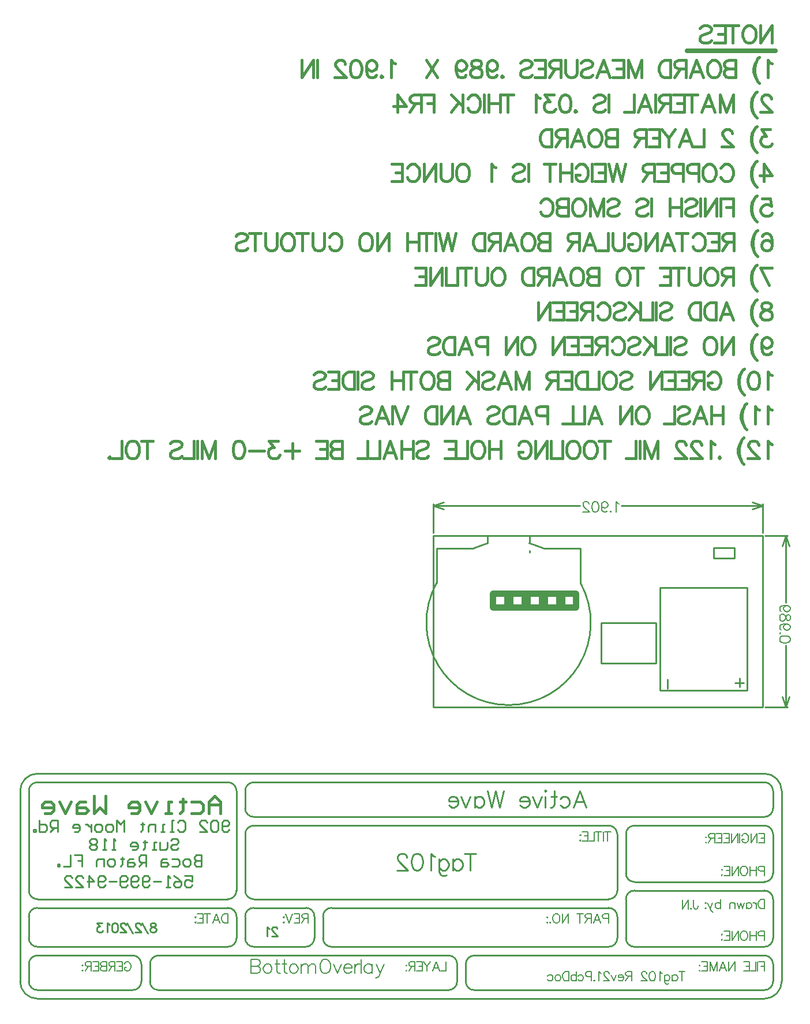
<source format=gbo>
%FSLAX25Y25*%
%MOIN*%
G70*
G01*
G75*
G04 Layer_Color=32896*
%ADD10C,0.03000*%
%ADD11R,0.11024X0.05512*%
%ADD12R,0.03600X0.03600*%
%ADD13R,0.05000X0.03600*%
%ADD14R,0.02362X0.02362*%
%ADD15C,0.04000*%
%ADD16R,0.07400X0.04500*%
%ADD17R,0.03600X0.03600*%
%ADD18R,0.03600X0.05000*%
%ADD19R,0.02000X0.05000*%
%ADD20R,0.06299X0.05906*%
%ADD21R,0.02362X0.10000*%
%ADD22R,0.02362X0.09000*%
%ADD23R,0.07000X0.02362*%
%ADD24R,0.09000X0.02362*%
%ADD25O,0.02400X0.08000*%
%ADD26R,0.01378X0.03543*%
%ADD27R,0.01378X0.03543*%
%ADD28O,0.01600X0.06000*%
%ADD29O,0.01600X0.06000*%
%ADD30R,0.03000X0.03000*%
%ADD31R,0.03000X0.03000*%
%ADD32C,0.02500*%
%ADD33C,0.01000*%
%ADD34C,0.00800*%
%ADD35C,0.01500*%
%ADD36C,0.01228*%
%ADD37C,0.02000*%
%ADD38C,0.01200*%
%ADD39C,0.01400*%
%ADD40C,0.01600*%
%ADD41C,0.00600*%
%ADD42C,0.00900*%
%ADD43C,0.00500*%
%ADD44C,0.12200*%
%ADD45C,0.07000*%
%ADD46O,0.04000X0.06000*%
%ADD47C,0.06200*%
%ADD48R,0.06200X0.06200*%
%ADD49C,0.02800*%
%ADD50R,0.05700X0.03500*%
%ADD51R,0.07000X0.07000*%
%ADD52R,0.23622X0.11811*%
%ADD53R,0.16000X0.18000*%
%ADD54R,0.20000X0.10000*%
%ADD55C,0.02000*%
%ADD56C,0.03200*%
%ADD57C,0.00984*%
%ADD58C,0.03500*%
%ADD59R,0.05500X0.07800*%
%ADD60R,0.05500X0.08300*%
D32*
X234933Y297850D02*
X183933D01*
D33*
X80693Y-80000D02*
G03*
X122297Y-9580I0J47500D01*
G01*
X100725Y10569D02*
G03*
X92744Y13446I-20032J-43069D01*
G01*
X39088Y-9580D02*
G03*
X80693Y-80000I41605J-22920D01*
G01*
X68642Y13446D02*
G03*
X60660Y10569I12051J-45946D01*
G01*
X134048Y-56011D02*
Y-32389D01*
X165937Y-56011D02*
X134048D01*
X165937D02*
Y-32389D01*
X134048D01*
X92793Y8200D02*
X92793D01*
Y9200D01*
X218689Y-41700D02*
Y-12172D01*
X168296Y-41700D02*
Y-12172D01*
Y-71621D02*
Y-41700D01*
X218689Y-71621D02*
Y-41700D01*
Y-71621D02*
X168296D01*
X218689Y-12172D02*
X168493D01*
X218689Y-41700D02*
Y-12172D01*
X168493D01*
X218689Y-41700D02*
Y-12172D01*
X199193Y7900D02*
Y10900D01*
X211193D02*
X199193D01*
X211193Y4900D02*
Y10900D01*
Y4900D02*
X199193D01*
Y7900D01*
X37193Y19300D02*
Y36000D01*
X227393Y19300D02*
Y36000D01*
X121809Y35000D02*
X37193D01*
X227393D02*
X145976D01*
X43193Y37000D02*
X37193Y35000D01*
X43193Y33000D02*
X37193Y35000D01*
X227393D02*
X221393Y33000D01*
X227393Y35000D02*
X221393Y37000D01*
X241993Y17800D02*
X228893D01*
X241993Y-81100D02*
X228893D01*
X240993Y-20838D02*
Y17800D01*
Y-81100D02*
Y-45662D01*
X242993Y11800D02*
X240993Y17800D01*
X238993Y11800D01*
X240993Y-81100D02*
X238993Y-75100D01*
X242993D02*
X240993Y-81100D01*
X37193D02*
Y17800D01*
X227393D02*
X37193D01*
X227393Y-81100D02*
X37193D01*
X227393D02*
Y17800D01*
X61001Y-224618D02*
G03*
X56001Y-229618I0J-5000D01*
G01*
X56003Y-239650D02*
G03*
X60884Y-244618I4798J-167D01*
G01*
X51001Y-229618D02*
G03*
X46001Y-224618I-5000J0D01*
G01*
X46088Y-244617D02*
G03*
X51001Y-239618I-87J4999D01*
G01*
X-121499Y-224618D02*
G03*
X-126499Y-229618I0J-5000D01*
G01*
X-126497Y-239650D02*
G03*
X-121616Y-244618I4798J-167D01*
G01*
X-136485Y-244617D02*
G03*
X-131499Y-239718I85J4899D01*
G01*
Y-229618D02*
G03*
X-136499Y-224618I-5000J0D01*
G01*
X153401Y-149618D02*
G03*
X148501Y-154518I0J-4900D01*
G01*
Y-177318D02*
G03*
X153301Y-182118I4800J0D01*
G01*
X153572Y-187121D02*
G03*
X148501Y-192018I-171J-4897D01*
G01*
X138601Y-192118D02*
G03*
X143501Y-187218I0J4900D01*
G01*
X138601Y-219618D02*
G03*
X143501Y-214718I0J4900D01*
G01*
X148501D02*
G03*
X153401Y-219618I4900J0D01*
G01*
X-21599Y-197118D02*
G03*
X-26499Y-202018I0J-4900D01*
G01*
X-26499Y-214632D02*
G03*
X-21599Y-219618I4899J-85D01*
G01*
X-36510Y-219617D02*
G03*
X-31499Y-214518I-89J5099D01*
G01*
X-31506Y-202169D02*
G03*
X-36299Y-197118I-4793J251D01*
G01*
X143501Y-202118D02*
G03*
X138501Y-197118I-5000J0D01*
G01*
X143501Y-154618D02*
G03*
X138501Y-149618I-5000J0D01*
G01*
X228588Y-219617D02*
G03*
X233501Y-214618I-87J4999D01*
G01*
Y-192118D02*
G03*
X228501Y-187118I-5000J0D01*
G01*
Y-182118D02*
G03*
X233501Y-177118I0J5000D01*
G01*
Y-154618D02*
G03*
X228501Y-149618I-5000J0D01*
G01*
Y-144618D02*
G03*
X233501Y-139618I0J5000D01*
G01*
Y-129618D02*
G03*
X228501Y-124618I-5000J0D01*
G01*
X-66499D02*
G03*
X-71499Y-129618I0J-5000D01*
G01*
X-76499D02*
G03*
X-81499Y-124618I-5000J0D01*
G01*
X-71499Y-139618D02*
G03*
X-66499Y-144618I5000J0D01*
G01*
Y-149618D02*
G03*
X-71499Y-154618I0J-5000D01*
G01*
X233501Y-229618D02*
G03*
X228501Y-224618I-5000J0D01*
G01*
X-71500Y-187118D02*
G03*
X-66587Y-192118I5001J0D01*
G01*
X228588Y-244617D02*
G03*
X233501Y-239618I-87J4999D01*
G01*
X-66599Y-197118D02*
G03*
X-71499Y-202018I0J-4900D01*
G01*
X-81485Y-219617D02*
G03*
X-76499Y-214718I85J4899D01*
G01*
X-71499Y-214618D02*
G03*
X-66499Y-219618I5000J0D01*
G01*
X-196499Y-239618D02*
G03*
X-191499Y-244618I5000J0D01*
G01*
Y-224617D02*
G03*
X-196500Y-229530I0J-5001D01*
G01*
X-196499Y-214618D02*
G03*
X-191499Y-219618I5000J0D01*
G01*
X-191428Y-124621D02*
G03*
X-196499Y-129518I-171J-4897D01*
G01*
X-191499Y-119618D02*
G03*
X-201499Y-129618I0J-10000D01*
G01*
Y-239618D02*
G03*
X-191499Y-249618I10000J0D01*
G01*
X228577Y-249616D02*
G03*
X238501Y-239518I-176J10098D01*
G01*
Y-129618D02*
G03*
X228501Y-119618I-10000J0D01*
G01*
X-81499Y-192118D02*
G03*
X-76499Y-187118I0J5000D01*
G01*
X-196499D02*
G03*
X-191499Y-192118I5000J0D01*
G01*
X-76499Y-202118D02*
G03*
X-81499Y-197118I-5000J0D01*
G01*
X-191599D02*
G03*
X-196499Y-202018I0J-4900D01*
G01*
X46001Y-244618D02*
X-121499D01*
X228501D02*
X61001D01*
X228501Y-224618D02*
X61001D01*
X46001D02*
X-121499D01*
X-136499Y-244618D02*
X-191499D01*
X-136499Y-224618D02*
X-191499D01*
X228501Y-124618D02*
X-66499D01*
X228501Y-249618D02*
X-191499D01*
X228501Y-119618D02*
X-191499D01*
X228501Y-219618D02*
X153501D01*
X228501Y-187118D02*
X153501D01*
X228501Y-182118D02*
X153501D01*
X228501Y-149618D02*
X153501D01*
X228501Y-144618D02*
X-66499D01*
X138501Y-149618D02*
X-66499D01*
X138501Y-197118D02*
X-21499D01*
X138501Y-219618D02*
X-21499D01*
X-36499D02*
X-66499D01*
X-36499Y-197118D02*
X-66499D01*
X-81499Y-219618D02*
X-191499D01*
X-81499Y-124618D02*
X-191499D01*
X138501Y-192118D02*
X-66499D01*
X-81499D02*
X-191499D01*
X-81499Y-197118D02*
X-191499D01*
X56001Y-239618D02*
Y-229618D01*
X51001Y-239618D02*
Y-229618D01*
X-126499Y-239618D02*
Y-229618D01*
X-131499Y-239618D02*
Y-229618D01*
X-201499Y-239618D02*
Y-129618D01*
X233501Y-214618D02*
Y-192118D01*
X148501Y-214618D02*
Y-192118D01*
X233501Y-177118D02*
Y-154618D01*
X148501Y-177118D02*
Y-154618D01*
X233501Y-139618D02*
Y-129618D01*
X-71499Y-139618D02*
Y-129618D01*
Y-187118D02*
Y-154618D01*
X143501Y-187118D02*
Y-154618D01*
X-26499Y-214618D02*
Y-202118D01*
X143501Y-214618D02*
Y-202118D01*
X-31499Y-214618D02*
Y-202118D01*
X-71499Y-214618D02*
Y-202118D01*
X-196499Y-239618D02*
Y-229618D01*
X233501Y-239618D02*
Y-229618D01*
X238501Y-239618D02*
Y-129618D01*
X-76499Y-187118D02*
Y-129618D01*
X-196499Y-187118D02*
Y-129618D01*
X-76499Y-214618D02*
Y-202118D01*
X-196499Y-214618D02*
Y-202018D01*
X-96660Y-166692D02*
Y-173090D01*
X-99859D01*
X-100925Y-172023D01*
Y-170957D01*
X-99859Y-169891D01*
X-96660D01*
X-99859D01*
X-100925Y-168825D01*
Y-167758D01*
X-99859Y-166692D01*
X-96660D01*
X-104124Y-173090D02*
X-106256D01*
X-107323Y-172023D01*
Y-169891D01*
X-106256Y-168825D01*
X-104124D01*
X-103058Y-169891D01*
Y-172023D01*
X-104124Y-173090D01*
X-113721Y-168825D02*
X-110522D01*
X-109456Y-169891D01*
Y-172023D01*
X-110522Y-173090D01*
X-113721D01*
X-116920Y-168825D02*
X-119052D01*
X-120119Y-169891D01*
Y-173090D01*
X-116920D01*
X-115853Y-172023D01*
X-116920Y-170957D01*
X-120119D01*
X-128649Y-173090D02*
Y-166692D01*
X-131848D01*
X-132914Y-167758D01*
Y-169891D01*
X-131848Y-170957D01*
X-128649D01*
X-130782D02*
X-132914Y-173090D01*
X-136114Y-168825D02*
X-138246D01*
X-139313Y-169891D01*
Y-173090D01*
X-136114D01*
X-135047Y-172023D01*
X-136114Y-170957D01*
X-139313D01*
X-142511Y-167758D02*
Y-168825D01*
X-141445D01*
X-143578D01*
X-142511D01*
Y-172023D01*
X-143578Y-173090D01*
X-147843D02*
X-149976D01*
X-151042Y-172023D01*
Y-169891D01*
X-149976Y-168825D01*
X-147843D01*
X-146777Y-169891D01*
Y-172023D01*
X-147843Y-173090D01*
X-153175D02*
Y-168825D01*
X-156374D01*
X-157440Y-169891D01*
Y-173090D01*
X-170236Y-166692D02*
X-165971D01*
Y-169891D01*
X-168103D01*
X-165971D01*
Y-173090D01*
X-172368Y-166692D02*
Y-173090D01*
X-176634D01*
X-178766D02*
Y-172023D01*
X-179833D01*
Y-173090D01*
X-178766D01*
X-80660Y-152023D02*
X-81726Y-153090D01*
X-83859D01*
X-84925Y-152023D01*
Y-147758D01*
X-83859Y-146692D01*
X-81726D01*
X-80660Y-147758D01*
Y-148825D01*
X-81726Y-149891D01*
X-84925D01*
X-87058Y-147758D02*
X-88124Y-146692D01*
X-90257D01*
X-91323Y-147758D01*
Y-152023D01*
X-90257Y-153090D01*
X-88124D01*
X-87058Y-152023D01*
Y-147758D01*
X-97721Y-153090D02*
X-93455D01*
X-97721Y-148825D01*
Y-147758D01*
X-96654Y-146692D01*
X-94522D01*
X-93455Y-147758D01*
X-110517D02*
X-109450Y-146692D01*
X-107318D01*
X-106251Y-147758D01*
Y-152023D01*
X-107318Y-153090D01*
X-109450D01*
X-110517Y-152023D01*
X-112649Y-153090D02*
X-114782D01*
X-113716D01*
Y-146692D01*
X-112649D01*
X-117981Y-153090D02*
X-120114D01*
X-119047D01*
Y-148825D01*
X-117981D01*
X-123312Y-153090D02*
Y-148825D01*
X-126511D01*
X-127578Y-149891D01*
Y-153090D01*
X-130777Y-147758D02*
Y-148825D01*
X-129710D01*
X-131843D01*
X-130777D01*
Y-152023D01*
X-131843Y-153090D01*
X-141440D02*
Y-146692D01*
X-143573Y-148825D01*
X-145705Y-146692D01*
Y-153090D01*
X-148904D02*
X-151037D01*
X-152103Y-152023D01*
Y-149891D01*
X-151037Y-148825D01*
X-148904D01*
X-147838Y-149891D01*
Y-152023D01*
X-148904Y-153090D01*
X-155302D02*
X-157435D01*
X-158501Y-152023D01*
Y-149891D01*
X-157435Y-148825D01*
X-155302D01*
X-154236Y-149891D01*
Y-152023D01*
X-155302Y-153090D01*
X-160634Y-148825D02*
Y-153090D01*
Y-150957D01*
X-161700Y-149891D01*
X-162766Y-148825D01*
X-163833D01*
X-170231Y-153090D02*
X-168098D01*
X-167032Y-152023D01*
Y-149891D01*
X-168098Y-148825D01*
X-170231D01*
X-171297Y-149891D01*
Y-150957D01*
X-167032D01*
X-179827Y-153090D02*
Y-146692D01*
X-183027D01*
X-184093Y-147758D01*
Y-149891D01*
X-183027Y-150957D01*
X-179827D01*
X-181960D02*
X-184093Y-153090D01*
X-190491Y-146692D02*
Y-153090D01*
X-187292D01*
X-186225Y-152023D01*
Y-149891D01*
X-187292Y-148825D01*
X-190491D01*
X-192623Y-153090D02*
Y-152023D01*
X-193690D01*
Y-153090D01*
X-192623D01*
X-106425Y-178692D02*
X-102160D01*
Y-181891D01*
X-104292Y-180824D01*
X-105359D01*
X-106425Y-181891D01*
Y-184023D01*
X-105359Y-185090D01*
X-103226D01*
X-102160Y-184023D01*
X-112823Y-178692D02*
X-110690Y-179758D01*
X-108557Y-181891D01*
Y-184023D01*
X-109624Y-185090D01*
X-111757D01*
X-112823Y-184023D01*
Y-182957D01*
X-111757Y-181891D01*
X-108557D01*
X-114955Y-185090D02*
X-117088D01*
X-116022D01*
Y-178692D01*
X-114955Y-179758D01*
X-120287Y-181891D02*
X-124552D01*
X-126685Y-184023D02*
X-127751Y-185090D01*
X-129884D01*
X-130950Y-184023D01*
Y-179758D01*
X-129884Y-178692D01*
X-127751D01*
X-126685Y-179758D01*
Y-180824D01*
X-127751Y-181891D01*
X-130950D01*
X-133083Y-184023D02*
X-134149Y-185090D01*
X-136282D01*
X-137348Y-184023D01*
Y-179758D01*
X-136282Y-178692D01*
X-134149D01*
X-133083Y-179758D01*
Y-180824D01*
X-134149Y-181891D01*
X-137348D01*
X-139481Y-184023D02*
X-140547Y-185090D01*
X-142680D01*
X-143746Y-184023D01*
Y-179758D01*
X-142680Y-178692D01*
X-140547D01*
X-139481Y-179758D01*
Y-180824D01*
X-140547Y-181891D01*
X-143746D01*
X-145879D02*
X-150144D01*
X-152277Y-184023D02*
X-153343Y-185090D01*
X-155476D01*
X-156542Y-184023D01*
Y-179758D01*
X-155476Y-178692D01*
X-153343D01*
X-152277Y-179758D01*
Y-180824D01*
X-153343Y-181891D01*
X-156542D01*
X-161874Y-185090D02*
Y-178692D01*
X-158675Y-181891D01*
X-162940D01*
X-169338Y-185090D02*
X-165073D01*
X-169338Y-180824D01*
Y-179758D01*
X-168272Y-178692D01*
X-166139D01*
X-165073Y-179758D01*
X-175736Y-185090D02*
X-171470D01*
X-175736Y-180824D01*
Y-179758D01*
X-174670Y-178692D01*
X-172537D01*
X-171470Y-179758D01*
X-114425Y-158258D02*
X-113359Y-157192D01*
X-111226D01*
X-110160Y-158258D01*
Y-159325D01*
X-111226Y-160391D01*
X-113359D01*
X-114425Y-161457D01*
Y-162523D01*
X-113359Y-163590D01*
X-111226D01*
X-110160Y-162523D01*
X-116558Y-159325D02*
Y-162523D01*
X-117624Y-163590D01*
X-120823D01*
Y-159325D01*
X-122956Y-163590D02*
X-125088D01*
X-124022D01*
Y-159325D01*
X-122956D01*
X-129353Y-158258D02*
Y-159325D01*
X-128287D01*
X-130420D01*
X-129353D01*
Y-162523D01*
X-130420Y-163590D01*
X-136818D02*
X-134685D01*
X-133619Y-162523D01*
Y-160391D01*
X-134685Y-159325D01*
X-136818D01*
X-137884Y-160391D01*
Y-161457D01*
X-133619D01*
X-146414Y-163590D02*
X-148547D01*
X-147481D01*
Y-157192D01*
X-146414Y-158258D01*
X-151746Y-163590D02*
X-153879D01*
X-152813D01*
Y-157192D01*
X-151746Y-158258D01*
X-157078D02*
X-158144Y-157192D01*
X-160277D01*
X-161343Y-158258D01*
Y-159325D01*
X-160277Y-160391D01*
X-161343Y-161457D01*
Y-162523D01*
X-160277Y-163590D01*
X-158144D01*
X-157078Y-162523D01*
Y-161457D01*
X-158144Y-160391D01*
X-157078Y-159325D01*
Y-158258D01*
X-158144Y-160391D02*
X-160277D01*
D34*
X-68107Y-226902D02*
Y-234900D01*
Y-226902D02*
X-64679D01*
X-63537Y-227283D01*
X-63156Y-227663D01*
X-62775Y-228425D01*
Y-229187D01*
X-63156Y-229949D01*
X-63537Y-230330D01*
X-64679Y-230710D01*
X-68107D02*
X-64679D01*
X-63537Y-231091D01*
X-63156Y-231472D01*
X-62775Y-232234D01*
Y-233377D01*
X-63156Y-234138D01*
X-63537Y-234519D01*
X-64679Y-234900D01*
X-68107D01*
X-59081Y-229568D02*
X-59842Y-229949D01*
X-60604Y-230710D01*
X-60985Y-231853D01*
Y-232615D01*
X-60604Y-233757D01*
X-59842Y-234519D01*
X-59081Y-234900D01*
X-57938D01*
X-57176Y-234519D01*
X-56415Y-233757D01*
X-56034Y-232615D01*
Y-231853D01*
X-56415Y-230710D01*
X-57176Y-229949D01*
X-57938Y-229568D01*
X-59081D01*
X-53139Y-226902D02*
Y-233377D01*
X-52758Y-234519D01*
X-51996Y-234900D01*
X-51235D01*
X-54282Y-229568D02*
X-51616D01*
X-48950Y-226902D02*
Y-233377D01*
X-48569Y-234519D01*
X-47807Y-234900D01*
X-47045D01*
X-50092Y-229568D02*
X-47426D01*
X-43998D02*
X-44760Y-229949D01*
X-45522Y-230710D01*
X-45903Y-231853D01*
Y-232615D01*
X-45522Y-233757D01*
X-44760Y-234519D01*
X-43998Y-234900D01*
X-42856D01*
X-42094Y-234519D01*
X-41332Y-233757D01*
X-40951Y-232615D01*
Y-231853D01*
X-41332Y-230710D01*
X-42094Y-229949D01*
X-42856Y-229568D01*
X-43998D01*
X-39199D02*
Y-234900D01*
Y-231091D02*
X-38057Y-229949D01*
X-37295Y-229568D01*
X-36152D01*
X-35391Y-229949D01*
X-35010Y-231091D01*
Y-234900D01*
Y-231091D02*
X-33867Y-229949D01*
X-33105Y-229568D01*
X-31963D01*
X-31201Y-229949D01*
X-30820Y-231091D01*
Y-234900D01*
X-26021Y-226902D02*
X-26783Y-227283D01*
X-27545Y-228044D01*
X-27926Y-228806D01*
X-28306Y-229949D01*
Y-231853D01*
X-27926Y-232996D01*
X-27545Y-233757D01*
X-26783Y-234519D01*
X-26021Y-234900D01*
X-24498D01*
X-23736Y-234519D01*
X-22974Y-233757D01*
X-22593Y-232996D01*
X-22212Y-231853D01*
Y-229949D01*
X-22593Y-228806D01*
X-22974Y-228044D01*
X-23736Y-227283D01*
X-24498Y-226902D01*
X-26021D01*
X-20346Y-229568D02*
X-18061Y-234900D01*
X-15776Y-229568D02*
X-18061Y-234900D01*
X-14481Y-231853D02*
X-9910D01*
Y-231091D01*
X-10291Y-230330D01*
X-10672Y-229949D01*
X-11434Y-229568D01*
X-12576D01*
X-13338Y-229949D01*
X-14100Y-230710D01*
X-14481Y-231853D01*
Y-232615D01*
X-14100Y-233757D01*
X-13338Y-234519D01*
X-12576Y-234900D01*
X-11434D01*
X-10672Y-234519D01*
X-9910Y-233757D01*
X-8196Y-229568D02*
Y-234900D01*
Y-231853D02*
X-7816Y-230710D01*
X-7054Y-229949D01*
X-6292Y-229568D01*
X-5149D01*
X-4426Y-226902D02*
Y-234900D01*
X1821Y-229568D02*
Y-234900D01*
Y-230710D02*
X1059Y-229949D01*
X297Y-229568D01*
X-846D01*
X-1607Y-229949D01*
X-2369Y-230710D01*
X-2750Y-231853D01*
Y-232615D01*
X-2369Y-233757D01*
X-1607Y-234519D01*
X-846Y-234900D01*
X297D01*
X1059Y-234519D01*
X1821Y-233757D01*
X4334Y-229568D02*
X6620Y-234900D01*
X8905Y-229568D02*
X6620Y-234900D01*
X5858Y-236423D01*
X5096Y-237185D01*
X4334Y-237566D01*
X3953D01*
X187665Y-192391D02*
Y-196454D01*
X187919Y-197215D01*
X188173Y-197469D01*
X188681Y-197723D01*
X189189D01*
X189696Y-197469D01*
X189950Y-197215D01*
X190204Y-196454D01*
Y-195946D01*
X186040Y-197215D02*
X186294Y-197469D01*
X186040Y-197723D01*
X185786Y-197469D01*
X186040Y-197215D01*
X184618Y-192391D02*
Y-197723D01*
Y-192391D02*
X181063Y-197723D01*
Y-192391D02*
Y-197723D01*
D35*
X-85660Y-142590D02*
Y-135925D01*
X-88992Y-132593D01*
X-92324Y-135925D01*
Y-142590D01*
Y-137591D01*
X-85660D01*
X-102321Y-135925D02*
X-97322D01*
X-95656Y-137591D01*
Y-140924D01*
X-97322Y-142590D01*
X-102321D01*
X-107319Y-134259D02*
Y-135925D01*
X-105653D01*
X-108985D01*
X-107319D01*
Y-140924D01*
X-108985Y-142590D01*
X-113984D02*
X-117316D01*
X-115650D01*
Y-135925D01*
X-113984D01*
X-122314D02*
X-125647Y-142590D01*
X-128979Y-135925D01*
X-137310Y-142590D02*
X-133977D01*
X-132311Y-140924D01*
Y-137591D01*
X-133977Y-135925D01*
X-137310D01*
X-138976Y-137591D01*
Y-139258D01*
X-132311D01*
X-152305Y-132593D02*
Y-142590D01*
X-155637Y-139258D01*
X-158969Y-142590D01*
Y-132593D01*
X-163968Y-135925D02*
X-167300D01*
X-168966Y-137591D01*
Y-142590D01*
X-163968D01*
X-162302Y-140924D01*
X-163968Y-139258D01*
X-168966D01*
X-172298Y-135925D02*
X-175630Y-142590D01*
X-178963Y-135925D01*
X-187293Y-142590D02*
X-183961D01*
X-182295Y-140924D01*
Y-137591D01*
X-183961Y-135925D01*
X-187293D01*
X-188960Y-137591D01*
Y-139258D01*
X-182295D01*
X232933Y290443D02*
X231981Y290920D01*
X230553Y292348D01*
Y282350D01*
X225601Y294252D02*
X224649Y293300D01*
X223697Y291872D01*
X222745Y289967D01*
X222269Y287587D01*
Y285683D01*
X222745Y283302D01*
X223697Y281398D01*
X224649Y279970D01*
X225601Y279017D01*
X224649Y293300D02*
X223697Y291396D01*
X223221Y289967D01*
X222745Y287587D01*
Y285683D01*
X223221Y283302D01*
X223697Y281874D01*
X224649Y279970D01*
X211985Y292348D02*
Y282350D01*
Y292348D02*
X207700D01*
X206272Y291872D01*
X205796Y291396D01*
X205320Y290443D01*
Y289491D01*
X205796Y288539D01*
X206272Y288063D01*
X207700Y287587D01*
X211985D02*
X207700D01*
X206272Y287111D01*
X205796Y286635D01*
X205320Y285683D01*
Y284254D01*
X205796Y283302D01*
X206272Y282826D01*
X207700Y282350D01*
X211985D01*
X200226Y292348D02*
X201178Y291872D01*
X202130Y290920D01*
X202606Y289967D01*
X203082Y288539D01*
Y286159D01*
X202606Y284730D01*
X202130Y283778D01*
X201178Y282826D01*
X200226Y282350D01*
X198321D01*
X197369Y282826D01*
X196417Y283778D01*
X195941Y284730D01*
X195465Y286159D01*
Y288539D01*
X195941Y289967D01*
X196417Y290920D01*
X197369Y291872D01*
X198321Y292348D01*
X200226D01*
X185515Y282350D02*
X189323Y292348D01*
X193132Y282350D01*
X191704Y285683D02*
X186943D01*
X183182Y292348D02*
Y282350D01*
Y292348D02*
X178897D01*
X177469Y291872D01*
X176993Y291396D01*
X176517Y290443D01*
Y289491D01*
X176993Y288539D01*
X177469Y288063D01*
X178897Y287587D01*
X183182D01*
X179849D02*
X176517Y282350D01*
X174279Y292348D02*
Y282350D01*
Y292348D02*
X170946D01*
X169518Y291872D01*
X168566Y290920D01*
X168090Y289967D01*
X167614Y288539D01*
Y286159D01*
X168090Y284730D01*
X168566Y283778D01*
X169518Y282826D01*
X170946Y282350D01*
X174279D01*
X157521Y292348D02*
Y282350D01*
Y292348D02*
X153712Y282350D01*
X149903Y292348D02*
X153712Y282350D01*
X149903Y292348D02*
Y282350D01*
X140858Y292348D02*
X147047D01*
Y282350D01*
X140858D01*
X147047Y287587D02*
X143238D01*
X131574Y282350D02*
X135382Y292348D01*
X139191Y282350D01*
X137763Y285683D02*
X133002D01*
X122576Y290920D02*
X123528Y291872D01*
X124956Y292348D01*
X126860D01*
X128289Y291872D01*
X129241Y290920D01*
Y289967D01*
X128765Y289015D01*
X128289Y288539D01*
X127337Y288063D01*
X124480Y287111D01*
X123528Y286635D01*
X123052Y286159D01*
X122576Y285207D01*
Y283778D01*
X123528Y282826D01*
X124956Y282350D01*
X126860D01*
X128289Y282826D01*
X129241Y283778D01*
X120338Y292348D02*
Y285207D01*
X119862Y283778D01*
X118910Y282826D01*
X117482Y282350D01*
X116529D01*
X115101Y282826D01*
X114149Y283778D01*
X113673Y285207D01*
Y292348D01*
X110912D02*
Y282350D01*
Y292348D02*
X106627D01*
X105199Y291872D01*
X104722Y291396D01*
X104246Y290443D01*
Y289491D01*
X104722Y288539D01*
X105199Y288063D01*
X106627Y287587D01*
X110912D01*
X107579D02*
X104246Y282350D01*
X95820Y292348D02*
X102009D01*
Y282350D01*
X95820D01*
X102009Y287587D02*
X98200D01*
X87488Y290920D02*
X88440Y291872D01*
X89868Y292348D01*
X91773D01*
X93201Y291872D01*
X94153Y290920D01*
Y289967D01*
X93677Y289015D01*
X93201Y288539D01*
X92249Y288063D01*
X89392Y287111D01*
X88440Y286635D01*
X87964Y286159D01*
X87488Y285207D01*
Y283778D01*
X88440Y282826D01*
X89868Y282350D01*
X91773D01*
X93201Y282826D01*
X94153Y283778D01*
X76919Y283302D02*
X77395Y282826D01*
X76919Y282350D01*
X76443Y282826D01*
X76919Y283302D01*
X68064Y289015D02*
X68540Y287587D01*
X69492Y286635D01*
X70920Y286159D01*
X71396D01*
X72825Y286635D01*
X73777Y287587D01*
X74253Y289015D01*
Y289491D01*
X73777Y290920D01*
X72825Y291872D01*
X71396Y292348D01*
X70920D01*
X69492Y291872D01*
X68540Y290920D01*
X68064Y289015D01*
Y286635D01*
X68540Y284254D01*
X69492Y282826D01*
X70920Y282350D01*
X71872D01*
X73301Y282826D01*
X73777Y283778D01*
X62969Y292348D02*
X64398Y291872D01*
X64874Y290920D01*
Y289967D01*
X64398Y289015D01*
X63446Y288539D01*
X61541Y288063D01*
X60113Y287587D01*
X59161Y286635D01*
X58685Y285683D01*
Y284254D01*
X59161Y283302D01*
X59637Y282826D01*
X61065Y282350D01*
X62969D01*
X64398Y282826D01*
X64874Y283302D01*
X65350Y284254D01*
Y285683D01*
X64874Y286635D01*
X63922Y287587D01*
X62493Y288063D01*
X60589Y288539D01*
X59637Y289015D01*
X59161Y289967D01*
Y290920D01*
X59637Y291872D01*
X61065Y292348D01*
X62969D01*
X50258Y289015D02*
X50734Y287587D01*
X51686Y286635D01*
X53114Y286159D01*
X53591D01*
X55019Y286635D01*
X55971Y287587D01*
X56447Y289015D01*
Y289491D01*
X55971Y290920D01*
X55019Y291872D01*
X53591Y292348D01*
X53114D01*
X51686Y291872D01*
X50734Y290920D01*
X50258Y289015D01*
Y286635D01*
X50734Y284254D01*
X51686Y282826D01*
X53114Y282350D01*
X54067D01*
X55495Y282826D01*
X55971Y283778D01*
X39689Y292348D02*
X33024Y282350D01*
Y292348D02*
X39689Y282350D01*
X15075Y290443D02*
X14123Y290920D01*
X12695Y292348D01*
Y282350D01*
X7267Y283302D02*
X7743Y282826D01*
X7267Y282350D01*
X6791Y282826D01*
X7267Y283302D01*
X-1588Y289015D02*
X-1112Y287587D01*
X-160Y286635D01*
X1268Y286159D01*
X1744D01*
X3173Y286635D01*
X4125Y287587D01*
X4601Y289015D01*
Y289491D01*
X4125Y290920D01*
X3173Y291872D01*
X1744Y292348D01*
X1268D01*
X-160Y291872D01*
X-1112Y290920D01*
X-1588Y289015D01*
Y286635D01*
X-1112Y284254D01*
X-160Y282826D01*
X1268Y282350D01*
X2221D01*
X3649Y282826D01*
X4125Y283778D01*
X-7158Y292348D02*
X-5730Y291872D01*
X-4778Y290443D01*
X-4302Y288063D01*
Y286635D01*
X-4778Y284254D01*
X-5730Y282826D01*
X-7158Y282350D01*
X-8111D01*
X-9539Y282826D01*
X-10491Y284254D01*
X-10967Y286635D01*
Y288063D01*
X-10491Y290443D01*
X-9539Y291872D01*
X-8111Y292348D01*
X-7158D01*
X-13681Y289967D02*
Y290443D01*
X-14157Y291396D01*
X-14633Y291872D01*
X-15585Y292348D01*
X-17489D01*
X-18442Y291872D01*
X-18918Y291396D01*
X-19394Y290443D01*
Y289491D01*
X-18918Y288539D01*
X-17966Y287111D01*
X-13205Y282350D01*
X-19870D01*
X-29963Y292348D02*
Y282350D01*
X-32058Y292348D02*
Y282350D01*
Y292348D02*
X-38723Y282350D01*
Y292348D02*
Y282350D01*
X232933Y312348D02*
Y302350D01*
Y312348D02*
X226268Y302350D01*
Y312348D02*
Y302350D01*
X220650Y312348D02*
X221602Y311872D01*
X222554Y310920D01*
X223030Y309967D01*
X223506Y308539D01*
Y306159D01*
X223030Y304730D01*
X222554Y303778D01*
X221602Y302826D01*
X220650Y302350D01*
X218746D01*
X217793Y302826D01*
X216841Y303778D01*
X216365Y304730D01*
X215889Y306159D01*
Y308539D01*
X216365Y309967D01*
X216841Y310920D01*
X217793Y311872D01*
X218746Y312348D01*
X220650D01*
X210224D02*
Y302350D01*
X213556Y312348D02*
X206891D01*
X199512D02*
X205701D01*
Y302350D01*
X199512D01*
X205701Y307587D02*
X201892D01*
X191180Y310920D02*
X192132Y311872D01*
X193561Y312348D01*
X195465D01*
X196893Y311872D01*
X197845Y310920D01*
Y309967D01*
X197369Y309015D01*
X196893Y308539D01*
X195941Y308063D01*
X193084Y307111D01*
X192132Y306635D01*
X191656Y306159D01*
X191180Y305206D01*
Y303778D01*
X192132Y302826D01*
X193561Y302350D01*
X195465D01*
X196893Y302826D01*
X197845Y303778D01*
X232933Y110443D02*
X231981Y110920D01*
X230553Y112348D01*
Y102350D01*
X222745Y112348D02*
X224173Y111872D01*
X225125Y110443D01*
X225601Y108063D01*
Y106635D01*
X225125Y104254D01*
X224173Y102826D01*
X222745Y102350D01*
X221793D01*
X220364Y102826D01*
X219412Y104254D01*
X218936Y106635D01*
Y108063D01*
X219412Y110443D01*
X220364Y111872D01*
X221793Y112348D01*
X222745D01*
X216698Y114252D02*
X215746Y113300D01*
X214794Y111872D01*
X213842Y109967D01*
X213366Y107587D01*
Y105683D01*
X213842Y103302D01*
X214794Y101398D01*
X215746Y99970D01*
X216698Y99017D01*
X215746Y113300D02*
X214794Y111396D01*
X214318Y109967D01*
X213842Y107587D01*
Y105683D01*
X214318Y103302D01*
X214794Y101874D01*
X215746Y99970D01*
X195941Y109967D02*
X196417Y110920D01*
X197369Y111872D01*
X198321Y112348D01*
X200226D01*
X201178Y111872D01*
X202130Y110920D01*
X202606Y109967D01*
X203082Y108539D01*
Y106159D01*
X202606Y104730D01*
X202130Y103778D01*
X201178Y102826D01*
X200226Y102350D01*
X198321D01*
X197369Y102826D01*
X196417Y103778D01*
X195941Y104730D01*
Y106159D01*
X198321D02*
X195941D01*
X193656Y112348D02*
Y102350D01*
Y112348D02*
X189371D01*
X187943Y111872D01*
X187467Y111396D01*
X186990Y110443D01*
Y109491D01*
X187467Y108539D01*
X187943Y108063D01*
X189371Y107587D01*
X193656D01*
X190323D02*
X186990Y102350D01*
X178564Y112348D02*
X184753D01*
Y102350D01*
X178564D01*
X184753Y107587D02*
X180944D01*
X170708Y112348D02*
X176897D01*
Y102350D01*
X170708D01*
X176897Y107587D02*
X173089D01*
X169042Y112348D02*
Y102350D01*
Y112348D02*
X162377Y102350D01*
Y112348D02*
Y102350D01*
X145095Y110920D02*
X146047Y111872D01*
X147475Y112348D01*
X149380D01*
X150808Y111872D01*
X151760Y110920D01*
Y109967D01*
X151284Y109015D01*
X150808Y108539D01*
X149856Y108063D01*
X146999Y107111D01*
X146047Y106635D01*
X145571Y106159D01*
X145095Y105207D01*
Y103778D01*
X146047Y102826D01*
X147475Y102350D01*
X149380D01*
X150808Y102826D01*
X151760Y103778D01*
X140001Y112348D02*
X140953Y111872D01*
X141905Y110920D01*
X142381Y109967D01*
X142857Y108539D01*
Y106159D01*
X142381Y104730D01*
X141905Y103778D01*
X140953Y102826D01*
X140001Y102350D01*
X138096D01*
X137144Y102826D01*
X136192Y103778D01*
X135716Y104730D01*
X135240Y106159D01*
Y108539D01*
X135716Y109967D01*
X136192Y110920D01*
X137144Y111872D01*
X138096Y112348D01*
X140001D01*
X132907D02*
Y102350D01*
X127194D01*
X126099Y112348D02*
Y102350D01*
Y112348D02*
X122766D01*
X121338Y111872D01*
X120386Y110920D01*
X119910Y109967D01*
X119434Y108539D01*
Y106159D01*
X119910Y104730D01*
X120386Y103778D01*
X121338Y102826D01*
X122766Y102350D01*
X126099D01*
X111007Y112348D02*
X117196D01*
Y102350D01*
X111007D01*
X117196Y107587D02*
X113387D01*
X109341Y112348D02*
Y102350D01*
Y112348D02*
X105056D01*
X103627Y111872D01*
X103151Y111396D01*
X102675Y110443D01*
Y109491D01*
X103151Y108539D01*
X103627Y108063D01*
X105056Y107587D01*
X109341D01*
X106008D02*
X102675Y102350D01*
X92582Y112348D02*
Y102350D01*
Y112348D02*
X88774Y102350D01*
X84965Y112348D02*
X88774Y102350D01*
X84965Y112348D02*
Y102350D01*
X74491D02*
X78299Y112348D01*
X82108Y102350D01*
X80680Y105683D02*
X75919D01*
X65493Y110920D02*
X66445Y111872D01*
X67873Y112348D01*
X69778D01*
X71206Y111872D01*
X72158Y110920D01*
Y109967D01*
X71682Y109015D01*
X71206Y108539D01*
X70254Y108063D01*
X67397Y107111D01*
X66445Y106635D01*
X65969Y106159D01*
X65493Y105207D01*
Y103778D01*
X66445Y102826D01*
X67873Y102350D01*
X69778D01*
X71206Y102826D01*
X72158Y103778D01*
X63255Y112348D02*
Y102350D01*
X56590Y112348D02*
X63255Y105683D01*
X60875Y108063D02*
X56590Y102350D01*
X46497Y112348D02*
Y102350D01*
Y112348D02*
X42212D01*
X40784Y111872D01*
X40308Y111396D01*
X39832Y110443D01*
Y109491D01*
X40308Y108539D01*
X40784Y108063D01*
X42212Y107587D01*
X46497D02*
X42212D01*
X40784Y107111D01*
X40308Y106635D01*
X39832Y105683D01*
Y104254D01*
X40308Y103302D01*
X40784Y102826D01*
X42212Y102350D01*
X46497D01*
X34737Y112348D02*
X35690Y111872D01*
X36642Y110920D01*
X37118Y109967D01*
X37594Y108539D01*
Y106159D01*
X37118Y104730D01*
X36642Y103778D01*
X35690Y102826D01*
X34737Y102350D01*
X32833D01*
X31881Y102826D01*
X30929Y103778D01*
X30453Y104730D01*
X29976Y106159D01*
Y108539D01*
X30453Y109967D01*
X30929Y110920D01*
X31881Y111872D01*
X32833Y112348D01*
X34737D01*
X24311D02*
Y102350D01*
X27644Y112348D02*
X20978D01*
X19788D02*
Y102350D01*
X13123Y112348D02*
Y102350D01*
X19788Y107587D02*
X13123D01*
X-4159Y110920D02*
X-3207Y111872D01*
X-1778Y112348D01*
X126D01*
X1554Y111872D01*
X2506Y110920D01*
Y109967D01*
X2030Y109015D01*
X1554Y108539D01*
X602Y108063D01*
X-2255Y107111D01*
X-3207Y106635D01*
X-3683Y106159D01*
X-4159Y105207D01*
Y103778D01*
X-3207Y102826D01*
X-1778Y102350D01*
X126D01*
X1554Y102826D01*
X2506Y103778D01*
X-6397Y112348D02*
Y102350D01*
X-8491Y112348D02*
Y102350D01*
Y112348D02*
X-11824D01*
X-13252Y111872D01*
X-14204Y110920D01*
X-14681Y109967D01*
X-15157Y108539D01*
Y106159D01*
X-14681Y104730D01*
X-14204Y103778D01*
X-13252Y102826D01*
X-11824Y102350D01*
X-8491D01*
X-23583Y112348D02*
X-17394D01*
Y102350D01*
X-23583D01*
X-17394Y107587D02*
X-21203D01*
X-31915Y110920D02*
X-30963Y111872D01*
X-29535Y112348D01*
X-27630D01*
X-26202Y111872D01*
X-25250Y110920D01*
Y109967D01*
X-25726Y109015D01*
X-26202Y108539D01*
X-27154Y108063D01*
X-30011Y107111D01*
X-30963Y106635D01*
X-31439Y106159D01*
X-31915Y105207D01*
Y103778D01*
X-30963Y102826D01*
X-29535Y102350D01*
X-27630D01*
X-26202Y102826D01*
X-25250Y103778D01*
X231981Y252348D02*
X226744D01*
X229600Y248539D01*
X228172D01*
X227220Y248063D01*
X226744Y247587D01*
X226268Y246159D01*
Y245206D01*
X226744Y243778D01*
X227696Y242826D01*
X229124Y242350D01*
X230553D01*
X231981Y242826D01*
X232457Y243302D01*
X232933Y244254D01*
X224030Y254252D02*
X223078Y253300D01*
X222126Y251872D01*
X221174Y249967D01*
X220697Y247587D01*
Y245683D01*
X221174Y243302D01*
X222126Y241398D01*
X223078Y239970D01*
X224030Y239017D01*
X223078Y253300D02*
X222126Y251396D01*
X221650Y249967D01*
X221174Y247587D01*
Y245683D01*
X221650Y243302D01*
X222126Y241874D01*
X223078Y239970D01*
X209938Y249967D02*
Y250444D01*
X209462Y251396D01*
X208986Y251872D01*
X208034Y252348D01*
X206129D01*
X205177Y251872D01*
X204701Y251396D01*
X204225Y250444D01*
Y249491D01*
X204701Y248539D01*
X205653Y247111D01*
X210414Y242350D01*
X203749D01*
X193656Y252348D02*
Y242350D01*
X187943D01*
X179230D02*
X183039Y252348D01*
X186848Y242350D01*
X185419Y245683D02*
X180658D01*
X176897Y252348D02*
X173089Y247587D01*
Y242350D01*
X169280Y252348D02*
X173089Y247587D01*
X161805Y252348D02*
X167994D01*
Y242350D01*
X161805D01*
X167994Y247587D02*
X164186D01*
X160139Y252348D02*
Y242350D01*
Y252348D02*
X155854D01*
X154426Y251872D01*
X153950Y251396D01*
X153474Y250444D01*
Y249491D01*
X153950Y248539D01*
X154426Y248063D01*
X155854Y247587D01*
X160139D01*
X156807D02*
X153474Y242350D01*
X143381Y252348D02*
Y242350D01*
Y252348D02*
X139096D01*
X137668Y251872D01*
X137192Y251396D01*
X136715Y250444D01*
Y249491D01*
X137192Y248539D01*
X137668Y248063D01*
X139096Y247587D01*
X143381D02*
X139096D01*
X137668Y247111D01*
X137192Y246635D01*
X136715Y245683D01*
Y244254D01*
X137192Y243302D01*
X137668Y242826D01*
X139096Y242350D01*
X143381D01*
X131621Y252348D02*
X132574Y251872D01*
X133526Y250920D01*
X134002Y249967D01*
X134478Y248539D01*
Y246159D01*
X134002Y244730D01*
X133526Y243778D01*
X132574Y242826D01*
X131621Y242350D01*
X129717D01*
X128765Y242826D01*
X127813Y243778D01*
X127337Y244730D01*
X126860Y246159D01*
Y248539D01*
X127337Y249967D01*
X127813Y250920D01*
X128765Y251872D01*
X129717Y252348D01*
X131621D01*
X116910Y242350D02*
X120719Y252348D01*
X124528Y242350D01*
X123099Y245683D02*
X118339D01*
X114577Y252348D02*
Y242350D01*
Y252348D02*
X110293D01*
X108864Y251872D01*
X108388Y251396D01*
X107912Y250444D01*
Y249491D01*
X108388Y248539D01*
X108864Y248063D01*
X110293Y247587D01*
X114577D01*
X111245D02*
X107912Y242350D01*
X105675Y252348D02*
Y242350D01*
Y252348D02*
X102342D01*
X100914Y251872D01*
X99962Y250920D01*
X99485Y249967D01*
X99009Y248539D01*
Y246159D01*
X99485Y244730D01*
X99962Y243778D01*
X100914Y242826D01*
X102342Y242350D01*
X105675D01*
X228172Y232348D02*
X232933Y225683D01*
X225792D01*
X228172Y232348D02*
Y222350D01*
X224030Y234252D02*
X223078Y233300D01*
X222126Y231872D01*
X221174Y229967D01*
X220698Y227587D01*
Y225683D01*
X221174Y223302D01*
X222126Y221398D01*
X223078Y219970D01*
X224030Y219017D01*
X223078Y233300D02*
X222126Y231396D01*
X221650Y229967D01*
X221174Y227587D01*
Y225683D01*
X221650Y223302D01*
X222126Y221874D01*
X223078Y219970D01*
X203273Y229967D02*
X203749Y230920D01*
X204701Y231872D01*
X205653Y232348D01*
X207558D01*
X208510Y231872D01*
X209462Y230920D01*
X209938Y229967D01*
X210414Y228539D01*
Y226159D01*
X209938Y224730D01*
X209462Y223778D01*
X208510Y222826D01*
X207558Y222350D01*
X205653D01*
X204701Y222826D01*
X203749Y223778D01*
X203273Y224730D01*
X197607Y232348D02*
X198559Y231872D01*
X199512Y230920D01*
X199988Y229967D01*
X200464Y228539D01*
Y226159D01*
X199988Y224730D01*
X199512Y223778D01*
X198559Y222826D01*
X197607Y222350D01*
X195703D01*
X194751Y222826D01*
X193799Y223778D01*
X193323Y224730D01*
X192846Y226159D01*
Y228539D01*
X193323Y229967D01*
X193799Y230920D01*
X194751Y231872D01*
X195703Y232348D01*
X197607D01*
X190514Y227111D02*
X186229D01*
X184801Y227587D01*
X184324Y228063D01*
X183848Y229015D01*
Y230444D01*
X184324Y231396D01*
X184801Y231872D01*
X186229Y232348D01*
X190514D01*
Y222350D01*
X181611Y227111D02*
X177326D01*
X175898Y227587D01*
X175422Y228063D01*
X174945Y229015D01*
Y230444D01*
X175422Y231396D01*
X175898Y231872D01*
X177326Y232348D01*
X181611D01*
Y222350D01*
X166519Y232348D02*
X172708D01*
Y222350D01*
X166519D01*
X172708Y227587D02*
X168899D01*
X164852Y232348D02*
Y222350D01*
Y232348D02*
X160568D01*
X159139Y231872D01*
X158663Y231396D01*
X158187Y230444D01*
Y229491D01*
X158663Y228539D01*
X159139Y228063D01*
X160568Y227587D01*
X164852D01*
X161520D02*
X158187Y222350D01*
X148094Y232348D02*
X145714Y222350D01*
X143333Y232348D02*
X145714Y222350D01*
X143333Y232348D02*
X140953Y222350D01*
X138572Y232348D02*
X140953Y222350D01*
X130384Y232348D02*
X136573D01*
Y222350D01*
X130384D01*
X136573Y227587D02*
X132764D01*
X128717Y232348D02*
Y222350D01*
X119481Y229967D02*
X119957Y230920D01*
X120909Y231872D01*
X121862Y232348D01*
X123766D01*
X124718Y231872D01*
X125670Y230920D01*
X126146Y229967D01*
X126622Y228539D01*
Y226159D01*
X126146Y224730D01*
X125670Y223778D01*
X124718Y222826D01*
X123766Y222350D01*
X121862D01*
X120909Y222826D01*
X119957Y223778D01*
X119481Y224730D01*
Y226159D01*
X121862D02*
X119481D01*
X117196Y232348D02*
Y222350D01*
X110531Y232348D02*
Y222350D01*
X117196Y227587D02*
X110531D01*
X104437Y232348D02*
Y222350D01*
X107769Y232348D02*
X101104D01*
X92058D02*
Y222350D01*
X83298Y230920D02*
X84251Y231872D01*
X85679Y232348D01*
X87583D01*
X89012Y231872D01*
X89964Y230920D01*
Y229967D01*
X89488Y229015D01*
X89012Y228539D01*
X88059Y228063D01*
X85203Y227111D01*
X84251Y226635D01*
X83775Y226159D01*
X83298Y225206D01*
Y223778D01*
X84251Y222826D01*
X85679Y222350D01*
X87583D01*
X89012Y222826D01*
X89964Y223778D01*
X73205Y230444D02*
X72253Y230920D01*
X70825Y232348D01*
Y222350D01*
X55162Y232348D02*
X56114Y231872D01*
X57066Y230920D01*
X57542Y229967D01*
X58018Y228539D01*
Y226159D01*
X57542Y224730D01*
X57066Y223778D01*
X56114Y222826D01*
X55162Y222350D01*
X53257D01*
X52305Y222826D01*
X51353Y223778D01*
X50877Y224730D01*
X50401Y226159D01*
Y228539D01*
X50877Y229967D01*
X51353Y230920D01*
X52305Y231872D01*
X53257Y232348D01*
X55162D01*
X48068D02*
Y225206D01*
X47592Y223778D01*
X46640Y222826D01*
X45211Y222350D01*
X44259D01*
X42831Y222826D01*
X41879Y223778D01*
X41403Y225206D01*
Y232348D01*
X38641D02*
Y222350D01*
Y232348D02*
X31976Y222350D01*
Y232348D02*
Y222350D01*
X22073Y229967D02*
X22550Y230920D01*
X23502Y231872D01*
X24454Y232348D01*
X26358D01*
X27310Y231872D01*
X28263Y230920D01*
X28739Y229967D01*
X29215Y228539D01*
Y226159D01*
X28739Y224730D01*
X28263Y223778D01*
X27310Y222826D01*
X26358Y222350D01*
X24454D01*
X23502Y222826D01*
X22550Y223778D01*
X22073Y224730D01*
X13075Y232348D02*
X19265D01*
Y222350D01*
X13075D01*
X19265Y227587D02*
X15456D01*
X227220Y212348D02*
X231981D01*
X232457Y208063D01*
X231981Y208539D01*
X230553Y209015D01*
X229124D01*
X227696Y208539D01*
X226744Y207587D01*
X226268Y206159D01*
Y205206D01*
X226744Y203778D01*
X227696Y202826D01*
X229124Y202350D01*
X230553D01*
X231981Y202826D01*
X232457Y203302D01*
X232933Y204254D01*
X224030Y214252D02*
X223078Y213300D01*
X222126Y211872D01*
X221174Y209967D01*
X220698Y207587D01*
Y205683D01*
X221174Y203302D01*
X222126Y201398D01*
X223078Y199970D01*
X224030Y199017D01*
X223078Y213300D02*
X222126Y211396D01*
X221650Y209967D01*
X221174Y207587D01*
Y205683D01*
X221650Y203302D01*
X222126Y201874D01*
X223078Y199970D01*
X210414Y212348D02*
Y202350D01*
Y212348D02*
X204225D01*
X210414Y207587D02*
X206605D01*
X203082Y212348D02*
Y202350D01*
X200988Y212348D02*
Y202350D01*
Y212348D02*
X194322Y202350D01*
Y212348D02*
Y202350D01*
X191561Y212348D02*
Y202350D01*
X182801Y210920D02*
X183753Y211872D01*
X185181Y212348D01*
X187086D01*
X188514Y211872D01*
X189466Y210920D01*
Y209967D01*
X188990Y209015D01*
X188514Y208539D01*
X187562Y208063D01*
X184705Y207111D01*
X183753Y206635D01*
X183277Y206159D01*
X182801Y205206D01*
Y203778D01*
X183753Y202826D01*
X185181Y202350D01*
X187086D01*
X188514Y202826D01*
X189466Y203778D01*
X180563Y212348D02*
Y202350D01*
X173898Y212348D02*
Y202350D01*
X180563Y207587D02*
X173898D01*
X163281Y212348D02*
Y202350D01*
X154521Y210920D02*
X155473Y211872D01*
X156902Y212348D01*
X158806D01*
X160234Y211872D01*
X161187Y210920D01*
Y209967D01*
X160710Y209015D01*
X160234Y208539D01*
X159282Y208063D01*
X156426Y207111D01*
X155473Y206635D01*
X154997Y206159D01*
X154521Y205206D01*
Y203778D01*
X155473Y202826D01*
X156902Y202350D01*
X158806D01*
X160234Y202826D01*
X161187Y203778D01*
X137763Y210920D02*
X138715Y211872D01*
X140143Y212348D01*
X142048D01*
X143476Y211872D01*
X144428Y210920D01*
Y209967D01*
X143952Y209015D01*
X143476Y208539D01*
X142524Y208063D01*
X139667Y207111D01*
X138715Y206635D01*
X138239Y206159D01*
X137763Y205206D01*
Y203778D01*
X138715Y202826D01*
X140143Y202350D01*
X142048D01*
X143476Y202826D01*
X144428Y203778D01*
X135525Y212348D02*
Y202350D01*
Y212348D02*
X131717Y202350D01*
X127908Y212348D02*
X131717Y202350D01*
X127908Y212348D02*
Y202350D01*
X122195Y212348D02*
X123147Y211872D01*
X124099Y210920D01*
X124575Y209967D01*
X125051Y208539D01*
Y206159D01*
X124575Y204730D01*
X124099Y203778D01*
X123147Y202826D01*
X122195Y202350D01*
X120291D01*
X119338Y202826D01*
X118386Y203778D01*
X117910Y204730D01*
X117434Y206159D01*
Y208539D01*
X117910Y209967D01*
X118386Y210920D01*
X119338Y211872D01*
X120291Y212348D01*
X122195D01*
X115101D02*
Y202350D01*
Y212348D02*
X110816D01*
X109388Y211872D01*
X108912Y211396D01*
X108436Y210443D01*
Y209491D01*
X108912Y208539D01*
X109388Y208063D01*
X110816Y207587D01*
X115101D02*
X110816D01*
X109388Y207111D01*
X108912Y206635D01*
X108436Y205683D01*
Y204254D01*
X108912Y203302D01*
X109388Y202826D01*
X110816Y202350D01*
X115101D01*
X99057Y209967D02*
X99533Y210920D01*
X100485Y211872D01*
X101437Y212348D01*
X103342D01*
X104294Y211872D01*
X105246Y210920D01*
X105722Y209967D01*
X106198Y208539D01*
Y206159D01*
X105722Y204730D01*
X105246Y203778D01*
X104294Y202826D01*
X103342Y202350D01*
X101437D01*
X100485Y202826D01*
X99533Y203778D01*
X99057Y204730D01*
X227220Y190920D02*
X227696Y191872D01*
X229124Y192348D01*
X230077D01*
X231505Y191872D01*
X232457Y190444D01*
X232933Y188063D01*
Y185683D01*
X232457Y183778D01*
X231505Y182826D01*
X230077Y182350D01*
X229600D01*
X228172Y182826D01*
X227220Y183778D01*
X226744Y185206D01*
Y185683D01*
X227220Y187111D01*
X228172Y188063D01*
X229600Y188539D01*
X230077D01*
X231505Y188063D01*
X232457Y187111D01*
X232933Y185683D01*
X224554Y194252D02*
X223602Y193300D01*
X222650Y191872D01*
X221697Y189967D01*
X221221Y187587D01*
Y185683D01*
X221697Y183302D01*
X222650Y181398D01*
X223602Y179970D01*
X224554Y179017D01*
X223602Y193300D02*
X222650Y191396D01*
X222173Y189967D01*
X221697Y187587D01*
Y185683D01*
X222173Y183302D01*
X222650Y181874D01*
X223602Y179970D01*
X210938Y192348D02*
Y182350D01*
Y192348D02*
X206653D01*
X205225Y191872D01*
X204749Y191396D01*
X204273Y190444D01*
Y189491D01*
X204749Y188539D01*
X205225Y188063D01*
X206653Y187587D01*
X210938D01*
X207605D02*
X204273Y182350D01*
X195846Y192348D02*
X202035D01*
Y182350D01*
X195846D01*
X202035Y187587D02*
X198226D01*
X187038Y189967D02*
X187514Y190920D01*
X188466Y191872D01*
X189419Y192348D01*
X191323D01*
X192275Y191872D01*
X193227Y190920D01*
X193703Y189967D01*
X194179Y188539D01*
Y186159D01*
X193703Y184730D01*
X193227Y183778D01*
X192275Y182826D01*
X191323Y182350D01*
X189419D01*
X188466Y182826D01*
X187514Y183778D01*
X187038Y184730D01*
X180897Y192348D02*
Y182350D01*
X184229Y192348D02*
X177564D01*
X168756Y182350D02*
X172565Y192348D01*
X176374Y182350D01*
X174945Y185683D02*
X170185D01*
X166423Y192348D02*
Y182350D01*
Y192348D02*
X159758Y182350D01*
Y192348D02*
Y182350D01*
X149856Y189967D02*
X150332Y190920D01*
X151284Y191872D01*
X152236Y192348D01*
X154140D01*
X155093Y191872D01*
X156045Y190920D01*
X156521Y189967D01*
X156997Y188539D01*
Y186159D01*
X156521Y184730D01*
X156045Y183778D01*
X155093Y182826D01*
X154140Y182350D01*
X152236D01*
X151284Y182826D01*
X150332Y183778D01*
X149856Y184730D01*
Y186159D01*
X152236D02*
X149856D01*
X147570Y192348D02*
Y185206D01*
X147094Y183778D01*
X146142Y182826D01*
X144714Y182350D01*
X143762D01*
X142333Y182826D01*
X141381Y183778D01*
X140905Y185206D01*
Y192348D01*
X138144D02*
Y182350D01*
X132431D01*
X123718D02*
X127527Y192348D01*
X131336Y182350D01*
X129908Y185683D02*
X125147D01*
X121386Y192348D02*
Y182350D01*
Y192348D02*
X117101D01*
X115673Y191872D01*
X115196Y191396D01*
X114720Y190444D01*
Y189491D01*
X115196Y188539D01*
X115673Y188063D01*
X117101Y187587D01*
X121386D01*
X118053D02*
X114720Y182350D01*
X104627Y192348D02*
Y182350D01*
Y192348D02*
X100342D01*
X98914Y191872D01*
X98438Y191396D01*
X97962Y190444D01*
Y189491D01*
X98438Y188539D01*
X98914Y188063D01*
X100342Y187587D01*
X104627D02*
X100342D01*
X98914Y187111D01*
X98438Y186635D01*
X97962Y185683D01*
Y184254D01*
X98438Y183302D01*
X98914Y182826D01*
X100342Y182350D01*
X104627D01*
X92868Y192348D02*
X93820Y191872D01*
X94772Y190920D01*
X95248Y189967D01*
X95724Y188539D01*
Y186159D01*
X95248Y184730D01*
X94772Y183778D01*
X93820Y182826D01*
X92868Y182350D01*
X90964D01*
X90011Y182826D01*
X89059Y183778D01*
X88583Y184730D01*
X88107Y186159D01*
Y188539D01*
X88583Y189967D01*
X89059Y190920D01*
X90011Y191872D01*
X90964Y192348D01*
X92868D01*
X78157Y182350D02*
X81965Y192348D01*
X85774Y182350D01*
X84346Y185683D02*
X79585D01*
X75824Y192348D02*
Y182350D01*
Y192348D02*
X71539D01*
X70111Y191872D01*
X69635Y191396D01*
X69159Y190444D01*
Y189491D01*
X69635Y188539D01*
X70111Y188063D01*
X71539Y187587D01*
X75824D01*
X72491D02*
X69159Y182350D01*
X66921Y192348D02*
Y182350D01*
Y192348D02*
X63588D01*
X62160Y191872D01*
X61208Y190920D01*
X60732Y189967D01*
X60256Y188539D01*
Y186159D01*
X60732Y184730D01*
X61208Y183778D01*
X62160Y182826D01*
X63588Y182350D01*
X66921D01*
X50163Y192348D02*
X47782Y182350D01*
X45402Y192348D02*
X47782Y182350D01*
X45402Y192348D02*
X43021Y182350D01*
X40641Y192348D02*
X43021Y182350D01*
X38641Y192348D02*
Y182350D01*
X33214Y192348D02*
Y182350D01*
X36547Y192348D02*
X29881D01*
X28691D02*
Y182350D01*
X22026Y192348D02*
Y182350D01*
X28691Y187587D02*
X22026D01*
X11409Y192348D02*
Y182350D01*
Y192348D02*
X4744Y182350D01*
Y192348D02*
Y182350D01*
X-874Y192348D02*
X78Y191872D01*
X1030Y190920D01*
X1507Y189967D01*
X1983Y188539D01*
Y186159D01*
X1507Y184730D01*
X1030Y183778D01*
X78Y182826D01*
X-874Y182350D01*
X-2778D01*
X-3731Y182826D01*
X-4683Y183778D01*
X-5159Y184730D01*
X-5635Y186159D01*
Y188539D01*
X-5159Y189967D01*
X-4683Y190920D01*
X-3731Y191872D01*
X-2778Y192348D01*
X-874D01*
X-22964Y189967D02*
X-22488Y190920D01*
X-21536Y191872D01*
X-20584Y192348D01*
X-18680D01*
X-17728Y191872D01*
X-16775Y190920D01*
X-16299Y189967D01*
X-15823Y188539D01*
Y186159D01*
X-16299Y184730D01*
X-16775Y183778D01*
X-17728Y182826D01*
X-18680Y182350D01*
X-20584D01*
X-21536Y182826D01*
X-22488Y183778D01*
X-22964Y184730D01*
X-25773Y192348D02*
Y185206D01*
X-26250Y183778D01*
X-27202Y182826D01*
X-28630Y182350D01*
X-29582D01*
X-31010Y182826D01*
X-31963Y183778D01*
X-32439Y185206D01*
Y192348D01*
X-38533D02*
Y182350D01*
X-35200Y192348D02*
X-41865D01*
X-45912D02*
X-44960Y191872D01*
X-44008Y190920D01*
X-43532Y189967D01*
X-43055Y188539D01*
Y186159D01*
X-43532Y184730D01*
X-44008Y183778D01*
X-44960Y182826D01*
X-45912Y182350D01*
X-47816D01*
X-48768Y182826D01*
X-49721Y183778D01*
X-50197Y184730D01*
X-50673Y186159D01*
Y188539D01*
X-50197Y189967D01*
X-49721Y190920D01*
X-48768Y191872D01*
X-47816Y192348D01*
X-45912D01*
X-53006D02*
Y185206D01*
X-53482Y183778D01*
X-54434Y182826D01*
X-55862Y182350D01*
X-56814D01*
X-58243Y182826D01*
X-59195Y183778D01*
X-59671Y185206D01*
Y192348D01*
X-65765D02*
Y182350D01*
X-62432Y192348D02*
X-69098D01*
X-76953Y190920D02*
X-76001Y191872D01*
X-74572Y192348D01*
X-72668D01*
X-71240Y191872D01*
X-70288Y190920D01*
Y189967D01*
X-70764Y189015D01*
X-71240Y188539D01*
X-72192Y188063D01*
X-75049Y187111D01*
X-76001Y186635D01*
X-76477Y186159D01*
X-76953Y185206D01*
Y183778D01*
X-76001Y182826D01*
X-74572Y182350D01*
X-72668D01*
X-71240Y182826D01*
X-70288Y183778D01*
X226268Y172348D02*
X231029Y162350D01*
X232933Y172348D02*
X226268D01*
X224030Y174252D02*
X223078Y173300D01*
X222126Y171872D01*
X221174Y169967D01*
X220698Y167587D01*
Y165683D01*
X221174Y163302D01*
X222126Y161398D01*
X223078Y159970D01*
X224030Y159017D01*
X223078Y173300D02*
X222126Y171396D01*
X221650Y169967D01*
X221174Y167587D01*
Y165683D01*
X221650Y163302D01*
X222126Y161874D01*
X223078Y159970D01*
X210414Y172348D02*
Y162350D01*
Y172348D02*
X206129D01*
X204701Y171872D01*
X204225Y171396D01*
X203749Y170443D01*
Y169491D01*
X204225Y168539D01*
X204701Y168063D01*
X206129Y167587D01*
X210414D01*
X207081D02*
X203749Y162350D01*
X198655Y172348D02*
X199607Y171872D01*
X200559Y170920D01*
X201035Y169967D01*
X201511Y168539D01*
Y166159D01*
X201035Y164730D01*
X200559Y163778D01*
X199607Y162826D01*
X198655Y162350D01*
X196750D01*
X195798Y162826D01*
X194846Y163778D01*
X194370Y164730D01*
X193894Y166159D01*
Y168539D01*
X194370Y169967D01*
X194846Y170920D01*
X195798Y171872D01*
X196750Y172348D01*
X198655D01*
X191561D02*
Y165207D01*
X191085Y163778D01*
X190133Y162826D01*
X188704Y162350D01*
X187752D01*
X186324Y162826D01*
X185372Y163778D01*
X184896Y165207D01*
Y172348D01*
X178802D02*
Y162350D01*
X182134Y172348D02*
X175469D01*
X168090D02*
X174279D01*
Y162350D01*
X168090D01*
X174279Y167587D02*
X170470D01*
X155235Y172348D02*
Y162350D01*
X158568Y172348D02*
X151903D01*
X147856D02*
X148808Y171872D01*
X149760Y170920D01*
X150236Y169967D01*
X150713Y168539D01*
Y166159D01*
X150236Y164730D01*
X149760Y163778D01*
X148808Y162826D01*
X147856Y162350D01*
X145952D01*
X145000Y162826D01*
X144047Y163778D01*
X143571Y164730D01*
X143095Y166159D01*
Y168539D01*
X143571Y169967D01*
X144047Y170920D01*
X145000Y171872D01*
X145952Y172348D01*
X147856D01*
X132907D02*
Y162350D01*
Y172348D02*
X128622D01*
X127194Y171872D01*
X126718Y171396D01*
X126242Y170443D01*
Y169491D01*
X126718Y168539D01*
X127194Y168063D01*
X128622Y167587D01*
X132907D02*
X128622D01*
X127194Y167111D01*
X126718Y166635D01*
X126242Y165683D01*
Y164254D01*
X126718Y163302D01*
X127194Y162826D01*
X128622Y162350D01*
X132907D01*
X121148Y172348D02*
X122100Y171872D01*
X123052Y170920D01*
X123528Y169967D01*
X124004Y168539D01*
Y166159D01*
X123528Y164730D01*
X123052Y163778D01*
X122100Y162826D01*
X121148Y162350D01*
X119243D01*
X118291Y162826D01*
X117339Y163778D01*
X116863Y164730D01*
X116387Y166159D01*
Y168539D01*
X116863Y169967D01*
X117339Y170920D01*
X118291Y171872D01*
X119243Y172348D01*
X121148D01*
X106436Y162350D02*
X110245Y172348D01*
X114054Y162350D01*
X112626Y165683D02*
X107865D01*
X104104Y172348D02*
Y162350D01*
Y172348D02*
X99819D01*
X98390Y171872D01*
X97914Y171396D01*
X97438Y170443D01*
Y169491D01*
X97914Y168539D01*
X98390Y168063D01*
X99819Y167587D01*
X104104D01*
X100771D02*
X97438Y162350D01*
X95201Y172348D02*
Y162350D01*
Y172348D02*
X91868D01*
X90440Y171872D01*
X89488Y170920D01*
X89012Y169967D01*
X88535Y168539D01*
Y166159D01*
X89012Y164730D01*
X89488Y163778D01*
X90440Y162826D01*
X91868Y162350D01*
X95201D01*
X75586Y172348D02*
X76538Y171872D01*
X77490Y170920D01*
X77966Y169967D01*
X78442Y168539D01*
Y166159D01*
X77966Y164730D01*
X77490Y163778D01*
X76538Y162826D01*
X75586Y162350D01*
X73681D01*
X72729Y162826D01*
X71777Y163778D01*
X71301Y164730D01*
X70825Y166159D01*
Y168539D01*
X71301Y169967D01*
X71777Y170920D01*
X72729Y171872D01*
X73681Y172348D01*
X75586D01*
X68492D02*
Y165207D01*
X68016Y163778D01*
X67064Y162826D01*
X65636Y162350D01*
X64683D01*
X63255Y162826D01*
X62303Y163778D01*
X61827Y165207D01*
Y172348D01*
X55733D02*
Y162350D01*
X59066Y172348D02*
X52400D01*
X51210D02*
Y162350D01*
X45497D01*
X44402Y172348D02*
Y162350D01*
X42307Y172348D02*
Y162350D01*
Y172348D02*
X35642Y162350D01*
Y172348D02*
Y162350D01*
X26691Y172348D02*
X32881D01*
Y162350D01*
X26691D01*
X32881Y167587D02*
X29072D01*
X230553Y152348D02*
X231981Y151872D01*
X232457Y150920D01*
Y149967D01*
X231981Y149015D01*
X231029Y148539D01*
X229124Y148063D01*
X227696Y147587D01*
X226744Y146635D01*
X226268Y145683D01*
Y144254D01*
X226744Y143302D01*
X227220Y142826D01*
X228648Y142350D01*
X230553D01*
X231981Y142826D01*
X232457Y143302D01*
X232933Y144254D01*
Y145683D01*
X232457Y146635D01*
X231505Y147587D01*
X230077Y148063D01*
X228172Y148539D01*
X227220Y149015D01*
X226744Y149967D01*
Y150920D01*
X227220Y151872D01*
X228648Y152348D01*
X230553D01*
X224030Y154252D02*
X223078Y153300D01*
X222126Y151872D01*
X221174Y149967D01*
X220698Y147587D01*
Y145683D01*
X221174Y143302D01*
X222126Y141398D01*
X223078Y139970D01*
X224030Y139017D01*
X223078Y153300D02*
X222126Y151396D01*
X221650Y149967D01*
X221174Y147587D01*
Y145683D01*
X221650Y143302D01*
X222126Y141874D01*
X223078Y139970D01*
X202797Y142350D02*
X206605Y152348D01*
X210414Y142350D01*
X208986Y145683D02*
X204225D01*
X200464Y152348D02*
Y142350D01*
Y152348D02*
X197131D01*
X195703Y151872D01*
X194751Y150920D01*
X194275Y149967D01*
X193799Y148539D01*
Y146159D01*
X194275Y144730D01*
X194751Y143778D01*
X195703Y142826D01*
X197131Y142350D01*
X200464D01*
X191561Y152348D02*
Y142350D01*
Y152348D02*
X188228D01*
X186800Y151872D01*
X185848Y150920D01*
X185372Y149967D01*
X184896Y148539D01*
Y146159D01*
X185372Y144730D01*
X185848Y143778D01*
X186800Y142826D01*
X188228Y142350D01*
X191561D01*
X168137Y150920D02*
X169090Y151872D01*
X170518Y152348D01*
X172422D01*
X173851Y151872D01*
X174803Y150920D01*
Y149967D01*
X174327Y149015D01*
X173851Y148539D01*
X172898Y148063D01*
X170042Y147111D01*
X169090Y146635D01*
X168614Y146159D01*
X168137Y145206D01*
Y143778D01*
X169090Y142826D01*
X170518Y142350D01*
X172422D01*
X173851Y142826D01*
X174803Y143778D01*
X165900Y152348D02*
Y142350D01*
X163805Y152348D02*
Y142350D01*
X158092D01*
X156997Y152348D02*
Y142350D01*
X150332Y152348D02*
X156997Y145683D01*
X154616Y148063D02*
X150332Y142350D01*
X141429Y150920D02*
X142381Y151872D01*
X143809Y152348D01*
X145714D01*
X147142Y151872D01*
X148094Y150920D01*
Y149967D01*
X147618Y149015D01*
X147142Y148539D01*
X146190Y148063D01*
X143333Y147111D01*
X142381Y146635D01*
X141905Y146159D01*
X141429Y145206D01*
Y143778D01*
X142381Y142826D01*
X143809Y142350D01*
X145714D01*
X147142Y142826D01*
X148094Y143778D01*
X132050Y149967D02*
X132526Y150920D01*
X133478Y151872D01*
X134430Y152348D01*
X136335D01*
X137287Y151872D01*
X138239Y150920D01*
X138715Y149967D01*
X139191Y148539D01*
Y146159D01*
X138715Y144730D01*
X138239Y143778D01*
X137287Y142826D01*
X136335Y142350D01*
X134430D01*
X133478Y142826D01*
X132526Y143778D01*
X132050Y144730D01*
X129241Y152348D02*
Y142350D01*
Y152348D02*
X124956D01*
X123528Y151872D01*
X123052Y151396D01*
X122576Y150443D01*
Y149491D01*
X123052Y148539D01*
X123528Y148063D01*
X124956Y147587D01*
X129241D01*
X125908D02*
X122576Y142350D01*
X114149Y152348D02*
X120338D01*
Y142350D01*
X114149D01*
X120338Y147587D02*
X116529D01*
X106293Y152348D02*
X112483D01*
Y142350D01*
X106293D01*
X112483Y147587D02*
X108674D01*
X104627Y152348D02*
Y142350D01*
Y152348D02*
X97962Y142350D01*
Y152348D02*
Y142350D01*
X226744Y129015D02*
X227220Y127587D01*
X228172Y126635D01*
X229600Y126159D01*
X230077D01*
X231505Y126635D01*
X232457Y127587D01*
X232933Y129015D01*
Y129491D01*
X232457Y130920D01*
X231505Y131872D01*
X230077Y132348D01*
X229600D01*
X228172Y131872D01*
X227220Y130920D01*
X226744Y129015D01*
Y126635D01*
X227220Y124254D01*
X228172Y122826D01*
X229600Y122350D01*
X230553D01*
X231981Y122826D01*
X232457Y123778D01*
X224030Y134252D02*
X223078Y133300D01*
X222126Y131872D01*
X221174Y129967D01*
X220698Y127587D01*
Y125683D01*
X221174Y123302D01*
X222126Y121398D01*
X223078Y119970D01*
X224030Y119017D01*
X223078Y133300D02*
X222126Y131396D01*
X221650Y129967D01*
X221174Y127587D01*
Y125683D01*
X221650Y123302D01*
X222126Y121874D01*
X223078Y119970D01*
X210414Y132348D02*
Y122350D01*
Y132348D02*
X203749Y122350D01*
Y132348D02*
Y122350D01*
X198131Y132348D02*
X199083Y131872D01*
X200035Y130920D01*
X200511Y129967D01*
X200988Y128539D01*
Y126159D01*
X200511Y124730D01*
X200035Y123778D01*
X199083Y122826D01*
X198131Y122350D01*
X196227D01*
X195274Y122826D01*
X194322Y123778D01*
X193846Y124730D01*
X193370Y126159D01*
Y128539D01*
X193846Y129967D01*
X194322Y130920D01*
X195274Y131872D01*
X196227Y132348D01*
X198131D01*
X176517Y130920D02*
X177469Y131872D01*
X178897Y132348D01*
X180801D01*
X182230Y131872D01*
X183182Y130920D01*
Y129967D01*
X182706Y129015D01*
X182230Y128539D01*
X181277Y128063D01*
X178421Y127111D01*
X177469Y126635D01*
X176993Y126159D01*
X176517Y125206D01*
Y123778D01*
X177469Y122826D01*
X178897Y122350D01*
X180801D01*
X182230Y122826D01*
X183182Y123778D01*
X174279Y132348D02*
Y122350D01*
X172184Y132348D02*
Y122350D01*
X166471D01*
X165376Y132348D02*
Y122350D01*
X158711Y132348D02*
X165376Y125683D01*
X162996Y128063D02*
X158711Y122350D01*
X149808Y130920D02*
X150760Y131872D01*
X152188Y132348D01*
X154093D01*
X155521Y131872D01*
X156473Y130920D01*
Y129967D01*
X155997Y129015D01*
X155521Y128539D01*
X154569Y128063D01*
X151712Y127111D01*
X150760Y126635D01*
X150284Y126159D01*
X149808Y125206D01*
Y123778D01*
X150760Y122826D01*
X152188Y122350D01*
X154093D01*
X155521Y122826D01*
X156473Y123778D01*
X140429Y129967D02*
X140905Y130920D01*
X141857Y131872D01*
X142809Y132348D01*
X144714D01*
X145666Y131872D01*
X146618Y130920D01*
X147094Y129967D01*
X147570Y128539D01*
Y126159D01*
X147094Y124730D01*
X146618Y123778D01*
X145666Y122826D01*
X144714Y122350D01*
X142809D01*
X141857Y122826D01*
X140905Y123778D01*
X140429Y124730D01*
X137620Y132348D02*
Y122350D01*
Y132348D02*
X133335D01*
X131907Y131872D01*
X131431Y131396D01*
X130955Y130444D01*
Y129491D01*
X131431Y128539D01*
X131907Y128063D01*
X133335Y127587D01*
X137620D01*
X134288D02*
X130955Y122350D01*
X122528Y132348D02*
X128717D01*
Y122350D01*
X122528D01*
X128717Y127587D02*
X124909D01*
X114673Y132348D02*
X120862D01*
Y122350D01*
X114673D01*
X120862Y127587D02*
X117053D01*
X113006Y132348D02*
Y122350D01*
Y132348D02*
X106341Y122350D01*
Y132348D02*
Y122350D01*
X92868Y132348D02*
X93820Y131872D01*
X94772Y130920D01*
X95248Y129967D01*
X95724Y128539D01*
Y126159D01*
X95248Y124730D01*
X94772Y123778D01*
X93820Y122826D01*
X92868Y122350D01*
X90964D01*
X90011Y122826D01*
X89059Y123778D01*
X88583Y124730D01*
X88107Y126159D01*
Y128539D01*
X88583Y129967D01*
X89059Y130920D01*
X90011Y131872D01*
X90964Y132348D01*
X92868D01*
X85774D02*
Y122350D01*
Y132348D02*
X79109Y122350D01*
Y132348D02*
Y122350D01*
X68492Y127111D02*
X64207D01*
X62779Y127587D01*
X62303Y128063D01*
X61827Y129015D01*
Y130444D01*
X62303Y131396D01*
X62779Y131872D01*
X64207Y132348D01*
X68492D01*
Y122350D01*
X51972D02*
X55781Y132348D01*
X59589Y122350D01*
X58161Y125683D02*
X53400D01*
X49639Y132348D02*
Y122350D01*
Y132348D02*
X46306D01*
X44878Y131872D01*
X43926Y130920D01*
X43450Y129967D01*
X42974Y128539D01*
Y126159D01*
X43450Y124730D01*
X43926Y123778D01*
X44878Y122826D01*
X46306Y122350D01*
X49639D01*
X34071Y130920D02*
X35023Y131872D01*
X36451Y132348D01*
X38356D01*
X39784Y131872D01*
X40736Y130920D01*
Y129967D01*
X40260Y129015D01*
X39784Y128539D01*
X38832Y128063D01*
X35975Y127111D01*
X35023Y126635D01*
X34547Y126159D01*
X34071Y125206D01*
Y123778D01*
X35023Y122826D01*
X36451Y122350D01*
X38356D01*
X39784Y122826D01*
X40736Y123778D01*
X232457Y269967D02*
Y270444D01*
X231981Y271396D01*
X231505Y271872D01*
X230553Y272348D01*
X228648D01*
X227696Y271872D01*
X227220Y271396D01*
X226744Y270444D01*
Y269491D01*
X227220Y268539D01*
X228172Y267111D01*
X232933Y262350D01*
X226268D01*
X224030Y274252D02*
X223078Y273300D01*
X222126Y271872D01*
X221174Y269967D01*
X220698Y267587D01*
Y265683D01*
X221174Y263302D01*
X222126Y261398D01*
X223078Y259970D01*
X224030Y259017D01*
X223078Y273300D02*
X222126Y271396D01*
X221650Y269967D01*
X221174Y267587D01*
Y265683D01*
X221650Y263302D01*
X222126Y261874D01*
X223078Y259970D01*
X210414Y272348D02*
Y262350D01*
Y272348D02*
X206605Y262350D01*
X202797Y272348D02*
X206605Y262350D01*
X202797Y272348D02*
Y262350D01*
X192323D02*
X196131Y272348D01*
X199940Y262350D01*
X198512Y265683D02*
X193751D01*
X186657Y272348D02*
Y262350D01*
X189990Y272348D02*
X183325D01*
X175945D02*
X182134D01*
Y262350D01*
X175945D01*
X182134Y267587D02*
X178326D01*
X174279Y272348D02*
Y262350D01*
Y272348D02*
X169994D01*
X168566Y271872D01*
X168090Y271396D01*
X167614Y270444D01*
Y269491D01*
X168090Y268539D01*
X168566Y268063D01*
X169994Y267587D01*
X174279D01*
X170946D02*
X167614Y262350D01*
X165376Y272348D02*
Y262350D01*
X155664D02*
X159473Y272348D01*
X163281Y262350D01*
X161853Y265683D02*
X157092D01*
X153331Y272348D02*
Y262350D01*
X147618D01*
X138668Y272348D02*
Y262350D01*
X129908Y270920D02*
X130860Y271872D01*
X132288Y272348D01*
X134192D01*
X135621Y271872D01*
X136573Y270920D01*
Y269967D01*
X136097Y269015D01*
X135621Y268539D01*
X134668Y268063D01*
X131812Y267111D01*
X130860Y266635D01*
X130384Y266159D01*
X129908Y265207D01*
Y263778D01*
X130860Y262826D01*
X132288Y262350D01*
X134192D01*
X135621Y262826D01*
X136573Y263778D01*
X119338Y263302D02*
X119814Y262826D01*
X119338Y262350D01*
X118862Y262826D01*
X119338Y263302D01*
X113816Y272348D02*
X115244Y271872D01*
X116196Y270444D01*
X116672Y268063D01*
Y266635D01*
X116196Y264254D01*
X115244Y262826D01*
X113816Y262350D01*
X112864D01*
X111435Y262826D01*
X110483Y264254D01*
X110007Y266635D01*
Y268063D01*
X110483Y270444D01*
X111435Y271872D01*
X112864Y272348D01*
X113816D01*
X106817D02*
X101580D01*
X104437Y268539D01*
X103008D01*
X102056Y268063D01*
X101580Y267587D01*
X101104Y266159D01*
Y265207D01*
X101580Y263778D01*
X102532Y262826D01*
X103961Y262350D01*
X105389D01*
X106817Y262826D01*
X107293Y263302D01*
X107769Y264254D01*
X98866Y270444D02*
X97914Y270920D01*
X96486Y272348D01*
Y262350D01*
X80347Y272348D02*
Y262350D01*
X83679Y272348D02*
X77014D01*
X75824D02*
Y262350D01*
X69159Y272348D02*
Y262350D01*
X75824Y267587D02*
X69159D01*
X66397Y272348D02*
Y262350D01*
X57161Y269967D02*
X57637Y270920D01*
X58590Y271872D01*
X59542Y272348D01*
X61446D01*
X62398Y271872D01*
X63350Y270920D01*
X63826Y269967D01*
X64302Y268539D01*
Y266159D01*
X63826Y264730D01*
X63350Y263778D01*
X62398Y262826D01*
X61446Y262350D01*
X59542D01*
X58590Y262826D01*
X57637Y263778D01*
X57161Y264730D01*
X54352Y272348D02*
Y262350D01*
X47687Y272348D02*
X54352Y265683D01*
X51972Y268063D02*
X47687Y262350D01*
X37594Y272348D02*
Y262350D01*
Y272348D02*
X31405D01*
X37594Y267587D02*
X33785D01*
X30262Y272348D02*
Y262350D01*
Y272348D02*
X25977D01*
X24549Y271872D01*
X24073Y271396D01*
X23597Y270444D01*
Y269491D01*
X24073Y268539D01*
X24549Y268063D01*
X25977Y267587D01*
X30262D01*
X26930D02*
X23597Y262350D01*
X16599Y272348D02*
X21359Y265683D01*
X14218D01*
X16599Y272348D02*
Y262350D01*
X232933Y90443D02*
X231981Y90920D01*
X230553Y92348D01*
Y82350D01*
X225601Y90443D02*
X224649Y90920D01*
X223221Y92348D01*
Y82350D01*
X218269Y94252D02*
X217317Y93300D01*
X216365Y91872D01*
X215413Y89967D01*
X214937Y87587D01*
Y85683D01*
X215413Y83302D01*
X216365Y81398D01*
X217317Y79970D01*
X218269Y79017D01*
X217317Y93300D02*
X216365Y91396D01*
X215889Y89967D01*
X215413Y87587D01*
Y85683D01*
X215889Y83302D01*
X216365Y81874D01*
X217317Y79970D01*
X204653Y92348D02*
Y82350D01*
X197988Y92348D02*
Y82350D01*
X204653Y87587D02*
X197988D01*
X187609Y82350D02*
X191418Y92348D01*
X195227Y82350D01*
X193799Y85683D02*
X189038D01*
X178611Y90920D02*
X179563Y91872D01*
X180992Y92348D01*
X182896D01*
X184324Y91872D01*
X185277Y90920D01*
Y89967D01*
X184801Y89015D01*
X184324Y88539D01*
X183372Y88063D01*
X180516Y87111D01*
X179563Y86635D01*
X179087Y86159D01*
X178611Y85207D01*
Y83778D01*
X179563Y82826D01*
X180992Y82350D01*
X182896D01*
X184324Y82826D01*
X185277Y83778D01*
X176374Y92348D02*
Y82350D01*
X170661D01*
X158854Y92348D02*
X159806Y91872D01*
X160758Y90920D01*
X161234Y89967D01*
X161710Y88539D01*
Y86159D01*
X161234Y84730D01*
X160758Y83778D01*
X159806Y82826D01*
X158854Y82350D01*
X156949D01*
X155997Y82826D01*
X155045Y83778D01*
X154569Y84730D01*
X154093Y86159D01*
Y88539D01*
X154569Y89967D01*
X155045Y90920D01*
X155997Y91872D01*
X156949Y92348D01*
X158854D01*
X151760D02*
Y82350D01*
Y92348D02*
X145095Y82350D01*
Y92348D02*
Y82350D01*
X126860D02*
X130669Y92348D01*
X134478Y82350D01*
X133050Y85683D02*
X128289D01*
X124528Y92348D02*
Y82350D01*
X118815D01*
X117720Y92348D02*
Y82350D01*
X112007D01*
X103056Y87111D02*
X98771D01*
X97343Y87587D01*
X96867Y88063D01*
X96391Y89015D01*
Y90443D01*
X96867Y91396D01*
X97343Y91872D01*
X98771Y92348D01*
X103056D01*
Y82350D01*
X86536D02*
X90345Y92348D01*
X94153Y82350D01*
X92725Y85683D02*
X87964D01*
X84203Y92348D02*
Y82350D01*
Y92348D02*
X80870D01*
X79442Y91872D01*
X78490Y90920D01*
X78014Y89967D01*
X77538Y88539D01*
Y86159D01*
X78014Y84730D01*
X78490Y83778D01*
X79442Y82826D01*
X80870Y82350D01*
X84203D01*
X68635Y90920D02*
X69587Y91872D01*
X71015Y92348D01*
X72920D01*
X74348Y91872D01*
X75300Y90920D01*
Y89967D01*
X74824Y89015D01*
X74348Y88539D01*
X73396Y88063D01*
X70539Y87111D01*
X69587Y86635D01*
X69111Y86159D01*
X68635Y85207D01*
Y83778D01*
X69587Y82826D01*
X71015Y82350D01*
X72920D01*
X74348Y82826D01*
X75300Y83778D01*
X50924Y82350D02*
X54733Y92348D01*
X58542Y82350D01*
X57114Y85683D02*
X52353D01*
X48592Y92348D02*
Y82350D01*
Y92348D02*
X41926Y82350D01*
Y92348D02*
Y82350D01*
X39165Y92348D02*
Y82350D01*
Y92348D02*
X35832D01*
X34404Y91872D01*
X33452Y90920D01*
X32976Y89967D01*
X32500Y88539D01*
Y86159D01*
X32976Y84730D01*
X33452Y83778D01*
X34404Y82826D01*
X35832Y82350D01*
X39165D01*
X22407Y92348D02*
X18598Y82350D01*
X14789Y92348D02*
X18598Y82350D01*
X13504Y92348D02*
Y82350D01*
X3792D02*
X7600Y92348D01*
X11409Y82350D01*
X9981Y85683D02*
X5220D01*
X-5206Y90920D02*
X-4254Y91872D01*
X-2826Y92348D01*
X-922D01*
X507Y91872D01*
X1459Y90920D01*
Y89967D01*
X983Y89015D01*
X507Y88539D01*
X-446Y88063D01*
X-3302Y87111D01*
X-4254Y86635D01*
X-4730Y86159D01*
X-5206Y85207D01*
Y83778D01*
X-4254Y82826D01*
X-2826Y82350D01*
X-922D01*
X507Y82826D01*
X1459Y83778D01*
X232833Y70543D02*
X231881Y71020D01*
X230453Y72448D01*
Y62450D01*
X225025Y70067D02*
Y70543D01*
X224549Y71496D01*
X224073Y71972D01*
X223121Y72448D01*
X221217D01*
X220264Y71972D01*
X219788Y71496D01*
X219312Y70543D01*
Y69591D01*
X219788Y68639D01*
X220740Y67211D01*
X225501Y62450D01*
X218836D01*
X216598Y74352D02*
X215646Y73400D01*
X214694Y71972D01*
X213742Y70067D01*
X213266Y67687D01*
Y65783D01*
X213742Y63402D01*
X214694Y61498D01*
X215646Y60070D01*
X216598Y59117D01*
X215646Y73400D02*
X214694Y71496D01*
X214218Y70067D01*
X213742Y67687D01*
Y65783D01*
X214218Y63402D01*
X214694Y61974D01*
X215646Y60070D01*
X202506Y63402D02*
X202982Y62926D01*
X202506Y62450D01*
X202030Y62926D01*
X202506Y63402D01*
X199840Y70543D02*
X198888Y71020D01*
X197460Y72448D01*
Y62450D01*
X192032Y70067D02*
Y70543D01*
X191556Y71496D01*
X191080Y71972D01*
X190128Y72448D01*
X188224D01*
X187271Y71972D01*
X186795Y71496D01*
X186319Y70543D01*
Y69591D01*
X186795Y68639D01*
X187748Y67211D01*
X192508Y62450D01*
X185843D01*
X183129Y70067D02*
Y70543D01*
X182653Y71496D01*
X182177Y71972D01*
X181225Y72448D01*
X179321D01*
X178368Y71972D01*
X177892Y71496D01*
X177416Y70543D01*
Y69591D01*
X177892Y68639D01*
X178845Y67211D01*
X183606Y62450D01*
X176940D01*
X166847Y72448D02*
Y62450D01*
Y72448D02*
X163039Y62450D01*
X159230Y72448D02*
X163039Y62450D01*
X159230Y72448D02*
Y62450D01*
X156373Y72448D02*
Y62450D01*
X154279Y72448D02*
Y62450D01*
X148565D01*
X136282Y72448D02*
Y62450D01*
X139615Y72448D02*
X132950D01*
X128903D02*
X129855Y71972D01*
X130807Y71020D01*
X131283Y70067D01*
X131760Y68639D01*
Y66259D01*
X131283Y64830D01*
X130807Y63878D01*
X129855Y62926D01*
X128903Y62450D01*
X126999D01*
X126046Y62926D01*
X125094Y63878D01*
X124618Y64830D01*
X124142Y66259D01*
Y68639D01*
X124618Y70067D01*
X125094Y71020D01*
X126046Y71972D01*
X126999Y72448D01*
X128903D01*
X118953D02*
X119905Y71972D01*
X120857Y71020D01*
X121333Y70067D01*
X121809Y68639D01*
Y66259D01*
X121333Y64830D01*
X120857Y63878D01*
X119905Y62926D01*
X118953Y62450D01*
X117048D01*
X116096Y62926D01*
X115144Y63878D01*
X114668Y64830D01*
X114192Y66259D01*
Y68639D01*
X114668Y70067D01*
X115144Y71020D01*
X116096Y71972D01*
X117048Y72448D01*
X118953D01*
X111859D02*
Y62450D01*
X106146D01*
X105051Y72448D02*
Y62450D01*
X102956Y72448D02*
Y62450D01*
Y72448D02*
X96291Y62450D01*
Y72448D02*
Y62450D01*
X86388Y70067D02*
X86864Y71020D01*
X87817Y71972D01*
X88769Y72448D01*
X90673D01*
X91625Y71972D01*
X92577Y71020D01*
X93054Y70067D01*
X93530Y68639D01*
Y66259D01*
X93054Y64830D01*
X92577Y63878D01*
X91625Y62926D01*
X90673Y62450D01*
X88769D01*
X87817Y62926D01*
X86864Y63878D01*
X86388Y64830D01*
Y66259D01*
X88769D02*
X86388D01*
X76248Y72448D02*
Y62450D01*
X69582Y72448D02*
Y62450D01*
X76248Y67687D02*
X69582D01*
X63964Y72448D02*
X64917Y71972D01*
X65869Y71020D01*
X66345Y70067D01*
X66821Y68639D01*
Y66259D01*
X66345Y64830D01*
X65869Y63878D01*
X64917Y62926D01*
X63964Y62450D01*
X62060D01*
X61108Y62926D01*
X60156Y63878D01*
X59680Y64830D01*
X59204Y66259D01*
Y68639D01*
X59680Y70067D01*
X60156Y71020D01*
X61108Y71972D01*
X62060Y72448D01*
X63964D01*
X56871D02*
Y62450D01*
X51158D01*
X43874Y72448D02*
X50063D01*
Y62450D01*
X43874D01*
X50063Y67687D02*
X46254D01*
X27687Y71020D02*
X28639Y71972D01*
X30067Y72448D01*
X31971D01*
X33400Y71972D01*
X34352Y71020D01*
Y70067D01*
X33876Y69115D01*
X33400Y68639D01*
X32447Y68163D01*
X29591Y67211D01*
X28639Y66735D01*
X28163Y66259D01*
X27687Y65307D01*
Y63878D01*
X28639Y62926D01*
X30067Y62450D01*
X31971D01*
X33400Y62926D01*
X34352Y63878D01*
X25449Y72448D02*
Y62450D01*
X18784Y72448D02*
Y62450D01*
X25449Y67687D02*
X18784D01*
X8405Y62450D02*
X12214Y72448D01*
X16022Y62450D01*
X14594Y65783D02*
X9833D01*
X6072Y72448D02*
Y62450D01*
X359D01*
X-736Y72448D02*
Y62450D01*
X-6449D01*
X-15400Y72448D02*
Y62450D01*
Y72448D02*
X-19684D01*
X-21113Y71972D01*
X-21589Y71496D01*
X-22065Y70543D01*
Y69591D01*
X-21589Y68639D01*
X-21113Y68163D01*
X-19684Y67687D01*
X-15400D02*
X-19684D01*
X-21113Y67211D01*
X-21589Y66735D01*
X-22065Y65783D01*
Y64354D01*
X-21589Y63402D01*
X-21113Y62926D01*
X-19684Y62450D01*
X-15400D01*
X-30492Y72448D02*
X-24302D01*
Y62450D01*
X-30492D01*
X-24302Y67687D02*
X-28111D01*
X-44298Y71020D02*
Y62450D01*
X-40013Y66735D02*
X-48583D01*
X-52487Y72448D02*
X-57724D01*
X-54867Y68639D01*
X-56296D01*
X-57248Y68163D01*
X-57724Y67687D01*
X-58200Y66259D01*
Y65307D01*
X-57724Y63878D01*
X-56772Y62926D01*
X-55343Y62450D01*
X-53915D01*
X-52487Y62926D01*
X-52011Y63402D01*
X-51535Y64354D01*
X-60438Y66735D02*
X-69007D01*
X-74815Y72448D02*
X-73387Y71972D01*
X-72435Y70543D01*
X-71959Y68163D01*
Y66735D01*
X-72435Y64354D01*
X-73387Y62926D01*
X-74815Y62450D01*
X-75767D01*
X-77196Y62926D01*
X-78148Y64354D01*
X-78624Y66735D01*
Y68163D01*
X-78148Y70543D01*
X-77196Y71972D01*
X-75767Y72448D01*
X-74815D01*
X-88717D02*
Y62450D01*
Y72448D02*
X-92526Y62450D01*
X-96334Y72448D02*
X-92526Y62450D01*
X-96334Y72448D02*
Y62450D01*
X-99191Y72448D02*
Y62450D01*
X-101286Y72448D02*
Y62450D01*
X-106999D01*
X-114759Y71020D02*
X-113807Y71972D01*
X-112379Y72448D01*
X-110474D01*
X-109046Y71972D01*
X-108094Y71020D01*
Y70067D01*
X-108570Y69115D01*
X-109046Y68639D01*
X-109998Y68163D01*
X-112855Y67211D01*
X-113807Y66735D01*
X-114283Y66259D01*
X-114759Y65307D01*
Y63878D01*
X-113807Y62926D01*
X-112379Y62450D01*
X-110474D01*
X-109046Y62926D01*
X-108094Y63878D01*
X-128185Y72448D02*
Y62450D01*
X-124852Y72448D02*
X-131518D01*
X-135564D02*
X-134612Y71972D01*
X-133660Y71020D01*
X-133184Y70067D01*
X-132708Y68639D01*
Y66259D01*
X-133184Y64830D01*
X-133660Y63878D01*
X-134612Y62926D01*
X-135564Y62450D01*
X-137469D01*
X-138421Y62926D01*
X-139373Y63878D01*
X-139849Y64830D01*
X-140325Y66259D01*
Y68639D01*
X-139849Y70067D01*
X-139373Y71020D01*
X-138421Y71972D01*
X-137469Y72448D01*
X-135564D01*
X-142658D02*
Y62450D01*
X-148371D01*
X-149942Y63402D02*
X-149466Y62926D01*
X-149942Y62450D01*
X-150418Y62926D01*
X-149942Y63402D01*
D41*
X144376Y36257D02*
X143805Y36542D01*
X142948Y37399D01*
Y31401D01*
X139691Y31972D02*
X139977Y31686D01*
X139691Y31401D01*
X139406Y31686D01*
X139691Y31972D01*
X134378Y35400D02*
X134664Y34543D01*
X135235Y33972D01*
X136092Y33686D01*
X136378D01*
X137235Y33972D01*
X137806Y34543D01*
X138092Y35400D01*
Y35685D01*
X137806Y36542D01*
X137235Y37114D01*
X136378Y37399D01*
X136092D01*
X135235Y37114D01*
X134664Y36542D01*
X134378Y35400D01*
Y33972D01*
X134664Y32543D01*
X135235Y31686D01*
X136092Y31401D01*
X136663D01*
X137520Y31686D01*
X137806Y32258D01*
X131036Y37399D02*
X131893Y37114D01*
X132464Y36257D01*
X132750Y34828D01*
Y33972D01*
X132464Y32543D01*
X131893Y31686D01*
X131036Y31401D01*
X130465D01*
X129608Y31686D01*
X129036Y32543D01*
X128751Y33972D01*
Y34828D01*
X129036Y36257D01*
X129608Y37114D01*
X130465Y37399D01*
X131036D01*
X127123Y35971D02*
Y36257D01*
X126837Y36828D01*
X126551Y37114D01*
X125980Y37399D01*
X124837D01*
X124266Y37114D01*
X123980Y36828D01*
X123695Y36257D01*
Y35685D01*
X123980Y35114D01*
X124552Y34257D01*
X127408Y31401D01*
X123409D01*
X243392Y-42348D02*
X243106Y-43205D01*
X242249Y-43776D01*
X240821Y-44062D01*
X239964D01*
X238536Y-43776D01*
X237679Y-43205D01*
X237393Y-42348D01*
Y-41777D01*
X237679Y-40920D01*
X238536Y-40349D01*
X239964Y-40063D01*
X240821D01*
X242249Y-40349D01*
X243106Y-40920D01*
X243392Y-41777D01*
Y-42348D01*
X237965Y-38435D02*
X237679Y-38720D01*
X237393Y-38435D01*
X237679Y-38149D01*
X237965Y-38435D01*
X241392Y-33121D02*
X240535Y-33407D01*
X239964Y-33978D01*
X239679Y-34835D01*
Y-35121D01*
X239964Y-35978D01*
X240535Y-36549D01*
X241392Y-36835D01*
X241678D01*
X242535Y-36549D01*
X243106Y-35978D01*
X243392Y-35121D01*
Y-34835D01*
X243106Y-33978D01*
X242535Y-33407D01*
X241392Y-33121D01*
X239964D01*
X238536Y-33407D01*
X237679Y-33978D01*
X237393Y-34835D01*
Y-35407D01*
X237679Y-36264D01*
X238250Y-36549D01*
X243392Y-30065D02*
X243106Y-30922D01*
X242535Y-31208D01*
X241964D01*
X241392Y-30922D01*
X241107Y-30351D01*
X240821Y-29208D01*
X240535Y-28351D01*
X239964Y-27780D01*
X239393Y-27494D01*
X238536D01*
X237965Y-27780D01*
X237679Y-28065D01*
X237393Y-28922D01*
Y-30065D01*
X237679Y-30922D01*
X237965Y-31208D01*
X238536Y-31493D01*
X239393D01*
X239964Y-31208D01*
X240535Y-30636D01*
X240821Y-29779D01*
X241107Y-28637D01*
X241392Y-28065D01*
X241964Y-27780D01*
X242535D01*
X243106Y-28065D01*
X243392Y-28922D01*
Y-30065D01*
X241392Y-22438D02*
X240535Y-22724D01*
X239964Y-23295D01*
X239679Y-24152D01*
Y-24438D01*
X239964Y-25295D01*
X240535Y-25866D01*
X241392Y-26151D01*
X241678D01*
X242535Y-25866D01*
X243106Y-25295D01*
X243392Y-24438D01*
Y-24152D01*
X243106Y-23295D01*
X242535Y-22724D01*
X241392Y-22438D01*
X239964D01*
X238536Y-22724D01*
X237679Y-23295D01*
X237393Y-24152D01*
Y-24723D01*
X237679Y-25580D01*
X238250Y-25866D01*
D42*
X58493Y-165802D02*
Y-175400D01*
X61693Y-165802D02*
X55294D01*
X48667Y-169001D02*
Y-175400D01*
Y-170372D02*
X49581Y-169458D01*
X50495Y-169001D01*
X51866D01*
X52780Y-169458D01*
X53694Y-170372D01*
X54151Y-171744D01*
Y-172658D01*
X53694Y-174029D01*
X52780Y-174943D01*
X51866Y-175400D01*
X50495D01*
X49581Y-174943D01*
X48667Y-174029D01*
X40623Y-169001D02*
Y-176314D01*
X41080Y-177685D01*
X41537Y-178142D01*
X42451Y-178599D01*
X43822D01*
X44736Y-178142D01*
X40623Y-170372D02*
X41537Y-169458D01*
X42451Y-169001D01*
X43822D01*
X44736Y-169458D01*
X45650Y-170372D01*
X46107Y-171744D01*
Y-172658D01*
X45650Y-174029D01*
X44736Y-174943D01*
X43822Y-175400D01*
X42451D01*
X41537Y-174943D01*
X40623Y-174029D01*
X38063Y-167630D02*
X37149Y-167173D01*
X35778Y-165802D01*
Y-175400D01*
X28283Y-165802D02*
X29654Y-166259D01*
X30568Y-167630D01*
X31025Y-169915D01*
Y-171287D01*
X30568Y-173572D01*
X29654Y-174943D01*
X28283Y-175400D01*
X27369D01*
X25997Y-174943D01*
X25083Y-173572D01*
X24626Y-171287D01*
Y-169915D01*
X25083Y-167630D01*
X25997Y-166259D01*
X27369Y-165802D01*
X28283D01*
X22021Y-168087D02*
Y-167630D01*
X21564Y-166716D01*
X21107Y-166259D01*
X20193Y-165802D01*
X18365D01*
X17451Y-166259D01*
X16994Y-166716D01*
X16537Y-167630D01*
Y-168544D01*
X16994Y-169458D01*
X17908Y-170829D01*
X22478Y-175400D01*
X16080D01*
X118188Y-139118D02*
X121844Y-129520D01*
X125501Y-139118D01*
X124130Y-135918D02*
X119559D01*
X110464Y-134090D02*
X111378Y-133176D01*
X112292Y-132719D01*
X113663D01*
X114577Y-133176D01*
X115491Y-134090D01*
X115948Y-135461D01*
Y-136375D01*
X115491Y-137747D01*
X114577Y-138661D01*
X113663Y-139118D01*
X112292D01*
X111378Y-138661D01*
X110464Y-137747D01*
X107036Y-129520D02*
Y-137290D01*
X106579Y-138661D01*
X105665Y-139118D01*
X104751D01*
X108407Y-132719D02*
X105208D01*
X102466Y-129520D02*
X102009Y-129977D01*
X101552Y-129520D01*
X102009Y-129063D01*
X102466Y-129520D01*
X102009Y-132719D02*
Y-139118D01*
X99861Y-132719D02*
X97118Y-139118D01*
X94376Y-132719D02*
X97118Y-139118D01*
X92822Y-135461D02*
X87337D01*
Y-134547D01*
X87795Y-133633D01*
X88252Y-133176D01*
X89166Y-132719D01*
X90537D01*
X91451Y-133176D01*
X92365Y-134090D01*
X92822Y-135461D01*
Y-136375D01*
X92365Y-137747D01*
X91451Y-138661D01*
X90537Y-139118D01*
X89166D01*
X88252Y-138661D01*
X87337Y-137747D01*
X77740Y-129520D02*
X75454Y-139118D01*
X73169Y-129520D02*
X75454Y-139118D01*
X73169Y-129520D02*
X70884Y-139118D01*
X68599Y-129520D02*
X70884Y-139118D01*
X61194Y-132719D02*
Y-139118D01*
Y-134090D02*
X62109Y-133176D01*
X63023Y-132719D01*
X64394D01*
X65308Y-133176D01*
X66222Y-134090D01*
X66679Y-135461D01*
Y-136375D01*
X66222Y-137747D01*
X65308Y-138661D01*
X64394Y-139118D01*
X63023D01*
X62109Y-138661D01*
X61194Y-137747D01*
X58635Y-132719D02*
X55893Y-139118D01*
X53150Y-132719D02*
X55893Y-139118D01*
X51597Y-135461D02*
X46112D01*
Y-134547D01*
X46569Y-133633D01*
X47026Y-133176D01*
X47940Y-132719D01*
X49311D01*
X50226Y-133176D01*
X51139Y-134090D01*
X51597Y-135461D01*
Y-136375D01*
X51139Y-137747D01*
X50226Y-138661D01*
X49311Y-139118D01*
X47940D01*
X47026Y-138661D01*
X46112Y-137747D01*
X-53003Y-209305D02*
Y-209051D01*
X-53257Y-208543D01*
X-53511Y-208289D01*
X-54019Y-208035D01*
X-55035D01*
X-55542Y-208289D01*
X-55796Y-208543D01*
X-56050Y-209051D01*
Y-209559D01*
X-55796Y-210067D01*
X-55288Y-210828D01*
X-52749Y-213368D01*
X-56304D01*
X-57498Y-209051D02*
X-58005Y-208797D01*
X-58767Y-208035D01*
Y-213368D01*
X-124246Y-205831D02*
X-123484Y-206085D01*
X-123230Y-206593D01*
Y-207101D01*
X-123484Y-207609D01*
X-123992Y-207863D01*
X-125008Y-208117D01*
X-125770Y-208370D01*
X-126277Y-208878D01*
X-126531Y-209386D01*
Y-210148D01*
X-126277Y-210656D01*
X-126023Y-210910D01*
X-125262Y-211164D01*
X-124246D01*
X-123484Y-210910D01*
X-123230Y-210656D01*
X-122977Y-210148D01*
Y-209386D01*
X-123230Y-208878D01*
X-123738Y-208370D01*
X-124500Y-208117D01*
X-125516Y-207863D01*
X-126023Y-207609D01*
X-126277Y-207101D01*
Y-206593D01*
X-126023Y-206085D01*
X-125262Y-205831D01*
X-124246D01*
X-127725Y-211925D02*
X-131280Y-205831D01*
X-131889Y-207101D02*
Y-206847D01*
X-132143Y-206339D01*
X-132397Y-206085D01*
X-132905Y-205831D01*
X-133920D01*
X-134428Y-206085D01*
X-134682Y-206339D01*
X-134936Y-206847D01*
Y-207355D01*
X-134682Y-207863D01*
X-134174Y-208624D01*
X-131635Y-211164D01*
X-135190D01*
X-136383Y-211925D02*
X-139938Y-205831D01*
X-140548Y-207101D02*
Y-206847D01*
X-140801Y-206339D01*
X-141055Y-206085D01*
X-141563Y-205831D01*
X-142579D01*
X-143087Y-206085D01*
X-143341Y-206339D01*
X-143595Y-206847D01*
Y-207355D01*
X-143341Y-207863D01*
X-142833Y-208624D01*
X-140294Y-211164D01*
X-143848D01*
X-146565Y-205831D02*
X-145804Y-206085D01*
X-145296Y-206847D01*
X-145042Y-208117D01*
Y-208878D01*
X-145296Y-210148D01*
X-145804Y-210910D01*
X-146565Y-211164D01*
X-147073D01*
X-147835Y-210910D01*
X-148343Y-210148D01*
X-148597Y-208878D01*
Y-208117D01*
X-148343Y-206847D01*
X-147835Y-206085D01*
X-147073Y-205831D01*
X-146565D01*
X-149790Y-206847D02*
X-150298Y-206593D01*
X-151060Y-205831D01*
Y-211164D01*
X-154208Y-205831D02*
X-157001D01*
X-155478Y-207863D01*
X-156240D01*
X-156747Y-208117D01*
X-157001Y-208370D01*
X-157255Y-209132D01*
Y-209640D01*
X-157001Y-210402D01*
X-156493Y-210910D01*
X-155732Y-211164D01*
X-154970D01*
X-154208Y-210910D01*
X-153954Y-210656D01*
X-153700Y-210148D01*
D43*
X-141308Y-229555D02*
X-141054Y-229047D01*
X-140546Y-228539D01*
X-140039Y-228286D01*
X-139023D01*
X-138515Y-228539D01*
X-138007Y-229047D01*
X-137753Y-229555D01*
X-137499Y-230317D01*
Y-231586D01*
X-137753Y-232348D01*
X-138007Y-232856D01*
X-138515Y-233364D01*
X-139023Y-233618D01*
X-140039D01*
X-140546Y-233364D01*
X-141054Y-232856D01*
X-141308Y-232348D01*
Y-231586D01*
X-140039D02*
X-141308D01*
X-145828Y-228286D02*
X-142527D01*
Y-233618D01*
X-145828D01*
X-142527Y-230825D02*
X-144558D01*
X-146716Y-228286D02*
Y-233618D01*
Y-228286D02*
X-149002D01*
X-149764Y-228539D01*
X-150017Y-228793D01*
X-150271Y-229301D01*
Y-229809D01*
X-150017Y-230317D01*
X-149764Y-230571D01*
X-149002Y-230825D01*
X-146716D01*
X-148494D02*
X-150271Y-233618D01*
X-151465Y-228286D02*
Y-233618D01*
Y-228286D02*
X-153750D01*
X-154512Y-228539D01*
X-154766Y-228793D01*
X-155019Y-229301D01*
Y-229809D01*
X-154766Y-230317D01*
X-154512Y-230571D01*
X-153750Y-230825D01*
X-151465D02*
X-153750D01*
X-154512Y-231079D01*
X-154766Y-231332D01*
X-155019Y-231840D01*
Y-232602D01*
X-154766Y-233110D01*
X-154512Y-233364D01*
X-153750Y-233618D01*
X-151465D01*
X-159514Y-228286D02*
X-156213D01*
Y-233618D01*
X-159514D01*
X-156213Y-230825D02*
X-158244D01*
X-160403Y-228286D02*
Y-233618D01*
Y-228286D02*
X-162688D01*
X-163450Y-228539D01*
X-163703Y-228793D01*
X-163957Y-229301D01*
Y-229809D01*
X-163703Y-230317D01*
X-163450Y-230571D01*
X-162688Y-230825D01*
X-160403D01*
X-162180D02*
X-163957Y-233618D01*
X-165405Y-230063D02*
X-165151Y-230317D01*
X-165405Y-230571D01*
X-165658Y-230317D01*
X-165405Y-230063D01*
Y-233110D02*
X-165151Y-233364D01*
X-165405Y-233618D01*
X-165658Y-233364D01*
X-165405Y-233110D01*
X228501Y-228286D02*
Y-233618D01*
Y-228286D02*
X225200D01*
X228501Y-230825D02*
X226469D01*
X224590Y-228286D02*
Y-233618D01*
X223473Y-228286D02*
Y-233618D01*
X220426D01*
X216541Y-228286D02*
X219842D01*
Y-233618D01*
X216541D01*
X219842Y-230825D02*
X217811D01*
X211463Y-228286D02*
Y-233618D01*
Y-228286D02*
X207908Y-233618D01*
Y-228286D02*
Y-233618D01*
X202373D02*
X204404Y-228286D01*
X206435Y-233618D01*
X205674Y-231840D02*
X203134D01*
X201129Y-228286D02*
Y-233618D01*
Y-228286D02*
X199097Y-233618D01*
X197066Y-228286D02*
X199097Y-233618D01*
X197066Y-228286D02*
Y-233618D01*
X192242Y-228286D02*
X195543D01*
Y-233618D01*
X192242D01*
X195543Y-230825D02*
X193511D01*
X191099Y-230063D02*
X191353Y-230317D01*
X191099Y-230571D01*
X190845Y-230317D01*
X191099Y-230063D01*
Y-233110D02*
X191353Y-233364D01*
X191099Y-233618D01*
X190845Y-233364D01*
X191099Y-233110D01*
X228501Y-192286D02*
Y-197618D01*
Y-192286D02*
X226723D01*
X225961Y-192539D01*
X225454Y-193047D01*
X225200Y-193555D01*
X224946Y-194317D01*
Y-195586D01*
X225200Y-196348D01*
X225454Y-196856D01*
X225961Y-197364D01*
X226723Y-197618D01*
X228501D01*
X223752Y-194063D02*
Y-197618D01*
Y-195586D02*
X223499Y-194825D01*
X222991Y-194317D01*
X222483Y-194063D01*
X221721D01*
X218192D02*
Y-197618D01*
Y-194825D02*
X218700Y-194317D01*
X219207Y-194063D01*
X219969D01*
X220477Y-194317D01*
X220985Y-194825D01*
X221239Y-195586D01*
Y-196094D01*
X220985Y-196856D01*
X220477Y-197364D01*
X219969Y-197618D01*
X219207D01*
X218700Y-197364D01*
X218192Y-196856D01*
X216770Y-194063D02*
X215754Y-197618D01*
X214738Y-194063D02*
X215754Y-197618D01*
X214738Y-194063D02*
X213723Y-197618D01*
X212707Y-194063D02*
X213723Y-197618D01*
X211463Y-194063D02*
Y-197618D01*
Y-195079D02*
X210701Y-194317D01*
X210193Y-194063D01*
X209432D01*
X208924Y-194317D01*
X208670Y-195079D01*
Y-197618D01*
X203084Y-192286D02*
Y-197618D01*
Y-194825D02*
X202576Y-194317D01*
X202068Y-194063D01*
X201306D01*
X200799Y-194317D01*
X200291Y-194825D01*
X200037Y-195586D01*
Y-196094D01*
X200291Y-196856D01*
X200799Y-197364D01*
X201306Y-197618D01*
X202068D01*
X202576Y-197364D01*
X203084Y-196856D01*
X198640Y-194063D02*
X197117Y-197618D01*
X195593Y-194063D02*
X197117Y-197618D01*
X197625Y-198633D01*
X198132Y-199141D01*
X198640Y-199395D01*
X198894D01*
X194451Y-194063D02*
X194704Y-194317D01*
X194451Y-194571D01*
X194197Y-194317D01*
X194451Y-194063D01*
Y-197110D02*
X194704Y-197364D01*
X194451Y-197618D01*
X194197Y-197364D01*
X194451Y-197110D01*
X137973Y-153035D02*
Y-158368D01*
X139751Y-153035D02*
X136196D01*
X135561D02*
Y-158368D01*
X132666Y-153035D02*
Y-158368D01*
X134444Y-153035D02*
X130889D01*
X130254D02*
Y-158368D01*
X127207D01*
X123322Y-153035D02*
X126623D01*
Y-158368D01*
X123322D01*
X126623Y-155575D02*
X124592D01*
X122180Y-154813D02*
X122434Y-155067D01*
X122180Y-155321D01*
X121926Y-155067D01*
X122180Y-154813D01*
Y-157860D02*
X122434Y-158114D01*
X122180Y-158368D01*
X121926Y-158114D01*
X122180Y-157860D01*
X138501Y-203328D02*
X136215D01*
X135454Y-203075D01*
X135200Y-202821D01*
X134946Y-202313D01*
Y-201551D01*
X135200Y-201043D01*
X135454Y-200789D01*
X136215Y-200535D01*
X138501D01*
Y-205868D01*
X129690D02*
X131721Y-200535D01*
X133752Y-205868D01*
X132991Y-204090D02*
X130452D01*
X128446Y-200535D02*
Y-205868D01*
Y-200535D02*
X126160D01*
X125399Y-200789D01*
X125145Y-201043D01*
X124891Y-201551D01*
Y-202059D01*
X125145Y-202567D01*
X125399Y-202821D01*
X126160Y-203075D01*
X128446D01*
X126668D02*
X124891Y-205868D01*
X121920Y-200535D02*
Y-205868D01*
X123697Y-200535D02*
X120143D01*
X115318D02*
Y-205868D01*
Y-200535D02*
X111763Y-205868D01*
Y-200535D02*
Y-205868D01*
X108767Y-200535D02*
X109275Y-200789D01*
X109783Y-201297D01*
X110037Y-201805D01*
X110291Y-202567D01*
Y-203836D01*
X110037Y-204598D01*
X109783Y-205106D01*
X109275Y-205614D01*
X108767Y-205868D01*
X107752D01*
X107244Y-205614D01*
X106736Y-205106D01*
X106482Y-204598D01*
X106228Y-203836D01*
Y-202567D01*
X106482Y-201805D01*
X106736Y-201297D01*
X107244Y-200789D01*
X107752Y-200535D01*
X108767D01*
X104730Y-205360D02*
X104984Y-205614D01*
X104730Y-205868D01*
X104476Y-205614D01*
X104730Y-205360D01*
X103054Y-202313D02*
X103308Y-202567D01*
X103054Y-202821D01*
X102800Y-202567D01*
X103054Y-202313D01*
Y-205360D02*
X103308Y-205614D01*
X103054Y-205868D01*
X102800Y-205614D01*
X103054Y-205360D01*
X225200Y-154286D02*
X228501D01*
Y-159618D01*
X225200D01*
X228501Y-156825D02*
X226469D01*
X224311Y-154286D02*
Y-159618D01*
Y-154286D02*
X220756Y-159618D01*
Y-154286D02*
Y-159618D01*
X215475Y-155555D02*
X215729Y-155047D01*
X216236Y-154539D01*
X216744Y-154286D01*
X217760D01*
X218268Y-154539D01*
X218776Y-155047D01*
X219030Y-155555D01*
X219284Y-156317D01*
Y-157586D01*
X219030Y-158348D01*
X218776Y-158856D01*
X218268Y-159364D01*
X217760Y-159618D01*
X216744D01*
X216236Y-159364D01*
X215729Y-158856D01*
X215475Y-158348D01*
Y-157586D01*
X216744D02*
X215475D01*
X214256Y-154286D02*
Y-159618D01*
X213139Y-154286D02*
Y-159618D01*
Y-154286D02*
X209584Y-159618D01*
Y-154286D02*
Y-159618D01*
X204810Y-154286D02*
X208111D01*
Y-159618D01*
X204810D01*
X208111Y-156825D02*
X206080D01*
X200621Y-154286D02*
X203922D01*
Y-159618D01*
X200621D01*
X203922Y-156825D02*
X201890D01*
X199732Y-154286D02*
Y-159618D01*
Y-154286D02*
X197447D01*
X196685Y-154539D01*
X196431Y-154793D01*
X196177Y-155301D01*
Y-155809D01*
X196431Y-156317D01*
X196685Y-156571D01*
X197447Y-156825D01*
X199732D01*
X197955D02*
X196177Y-159618D01*
X194730Y-156063D02*
X194984Y-156317D01*
X194730Y-156571D01*
X194476Y-156317D01*
X194730Y-156063D01*
Y-159110D02*
X194984Y-159364D01*
X194730Y-159618D01*
X194476Y-159364D01*
X194730Y-159110D01*
X44501Y-228286D02*
Y-233618D01*
X41454D01*
X36807D02*
X38838Y-228286D01*
X40870Y-233618D01*
X40108Y-231840D02*
X37569D01*
X35563Y-228286D02*
X33531Y-230825D01*
Y-233618D01*
X31500Y-228286D02*
X33531Y-230825D01*
X27514Y-228286D02*
X30815D01*
Y-233618D01*
X27514D01*
X30815Y-230825D02*
X28783D01*
X26625Y-228286D02*
Y-233618D01*
Y-228286D02*
X24340D01*
X23578Y-228539D01*
X23324Y-228793D01*
X23070Y-229301D01*
Y-229809D01*
X23324Y-230317D01*
X23578Y-230571D01*
X24340Y-230825D01*
X26625D01*
X24848D02*
X23070Y-233618D01*
X21623Y-230063D02*
X21877Y-230317D01*
X21623Y-230571D01*
X21369Y-230317D01*
X21623Y-230063D01*
Y-233110D02*
X21877Y-233364D01*
X21623Y-233618D01*
X21369Y-233364D01*
X21623Y-233110D01*
X228501Y-213329D02*
X226215D01*
X225454Y-213075D01*
X225200Y-212821D01*
X224946Y-212313D01*
Y-211551D01*
X225200Y-211043D01*
X225454Y-210789D01*
X226215Y-210536D01*
X228501D01*
Y-215868D01*
X223752Y-210536D02*
Y-215868D01*
X220198Y-210536D02*
Y-215868D01*
X223752Y-213075D02*
X220198D01*
X217201Y-210536D02*
X217709Y-210789D01*
X218217Y-211297D01*
X218471Y-211805D01*
X218725Y-212567D01*
Y-213836D01*
X218471Y-214598D01*
X218217Y-215106D01*
X217709Y-215614D01*
X217201Y-215868D01*
X216186D01*
X215678Y-215614D01*
X215170Y-215106D01*
X214916Y-214598D01*
X214662Y-213836D01*
Y-212567D01*
X214916Y-211805D01*
X215170Y-211297D01*
X215678Y-210789D01*
X216186Y-210536D01*
X217201D01*
X213418D02*
Y-215868D01*
Y-210536D02*
X209863Y-215868D01*
Y-210536D02*
Y-215868D01*
X205090Y-210536D02*
X208391D01*
Y-215868D01*
X205090D01*
X208391Y-213075D02*
X206359D01*
X203947Y-212313D02*
X204201Y-212567D01*
X203947Y-212821D01*
X203693Y-212567D01*
X203947Y-212313D01*
Y-215360D02*
X204201Y-215614D01*
X203947Y-215868D01*
X203693Y-215614D01*
X203947Y-215360D01*
X228501Y-175829D02*
X226215D01*
X225454Y-175575D01*
X225200Y-175321D01*
X224946Y-174813D01*
Y-174051D01*
X225200Y-173543D01*
X225454Y-173289D01*
X226215Y-173036D01*
X228501D01*
Y-178368D01*
X223752Y-173036D02*
Y-178368D01*
X220198Y-173036D02*
Y-178368D01*
X223752Y-175575D02*
X220198D01*
X217201Y-173036D02*
X217709Y-173289D01*
X218217Y-173797D01*
X218471Y-174305D01*
X218725Y-175067D01*
Y-176336D01*
X218471Y-177098D01*
X218217Y-177606D01*
X217709Y-178114D01*
X217201Y-178368D01*
X216186D01*
X215678Y-178114D01*
X215170Y-177606D01*
X214916Y-177098D01*
X214662Y-176336D01*
Y-175067D01*
X214916Y-174305D01*
X215170Y-173797D01*
X215678Y-173289D01*
X216186Y-173036D01*
X217201D01*
X213418D02*
Y-178368D01*
Y-173036D02*
X209863Y-178368D01*
Y-173036D02*
Y-178368D01*
X205090Y-173036D02*
X208391D01*
Y-178368D01*
X205090D01*
X208391Y-175575D02*
X206359D01*
X203947Y-174813D02*
X204201Y-175067D01*
X203947Y-175321D01*
X203693Y-175067D01*
X203947Y-174813D01*
Y-177860D02*
X204201Y-178114D01*
X203947Y-178368D01*
X203693Y-178114D01*
X203947Y-177860D01*
X-35249Y-200535D02*
Y-205868D01*
Y-200535D02*
X-37535D01*
X-38296Y-200789D01*
X-38550Y-201043D01*
X-38804Y-201551D01*
Y-202059D01*
X-38550Y-202567D01*
X-38296Y-202821D01*
X-37535Y-203075D01*
X-35249D01*
X-37027D02*
X-38804Y-205868D01*
X-43299Y-200535D02*
X-39998D01*
Y-205868D01*
X-43299D01*
X-39998Y-203075D02*
X-42029D01*
X-44187Y-200535D02*
X-46218Y-205868D01*
X-48250Y-200535D02*
X-46218Y-205868D01*
X-49189Y-202313D02*
X-48935Y-202567D01*
X-49189Y-202821D01*
X-49443Y-202567D01*
X-49189Y-202313D01*
Y-205360D02*
X-48935Y-205614D01*
X-49189Y-205868D01*
X-49443Y-205614D01*
X-49189Y-205360D01*
X-81499Y-200535D02*
Y-205868D01*
Y-200535D02*
X-83277D01*
X-84039Y-200789D01*
X-84546Y-201297D01*
X-84800Y-201805D01*
X-85054Y-202567D01*
Y-203836D01*
X-84800Y-204598D01*
X-84546Y-205106D01*
X-84039Y-205614D01*
X-83277Y-205868D01*
X-81499D01*
X-90310D02*
X-88279Y-200535D01*
X-86248Y-205868D01*
X-87009Y-204090D02*
X-89548D01*
X-93332Y-200535D02*
Y-205868D01*
X-91554Y-200535D02*
X-95109D01*
X-99045D02*
X-95744D01*
Y-205868D01*
X-99045D01*
X-95744Y-203075D02*
X-97775D01*
X-100188Y-202313D02*
X-99934Y-202567D01*
X-100188Y-202821D01*
X-100441Y-202567D01*
X-100188Y-202313D01*
Y-205360D02*
X-99934Y-205614D01*
X-100188Y-205868D01*
X-100441Y-205614D01*
X-100188Y-205360D01*
X180815Y-233968D02*
Y-239300D01*
X182593Y-233968D02*
X179038D01*
X175356Y-235745D02*
Y-239300D01*
Y-236507D02*
X175864Y-235999D01*
X176372Y-235745D01*
X177134D01*
X177641Y-235999D01*
X178149Y-236507D01*
X178403Y-237269D01*
Y-237776D01*
X178149Y-238538D01*
X177641Y-239046D01*
X177134Y-239300D01*
X176372D01*
X175864Y-239046D01*
X175356Y-238538D01*
X170887Y-235745D02*
Y-239808D01*
X171141Y-240570D01*
X171395Y-240824D01*
X171903Y-241077D01*
X172665D01*
X173172Y-240824D01*
X170887Y-236507D02*
X171395Y-235999D01*
X171903Y-235745D01*
X172665D01*
X173172Y-235999D01*
X173680Y-236507D01*
X173934Y-237269D01*
Y-237776D01*
X173680Y-238538D01*
X173172Y-239046D01*
X172665Y-239300D01*
X171903D01*
X171395Y-239046D01*
X170887Y-238538D01*
X169465Y-234983D02*
X168957Y-234730D01*
X168196Y-233968D01*
Y-239300D01*
X164031Y-233968D02*
X164793Y-234222D01*
X165301Y-234983D01*
X165555Y-236253D01*
Y-237015D01*
X165301Y-238284D01*
X164793Y-239046D01*
X164031Y-239300D01*
X163524D01*
X162762Y-239046D01*
X162254Y-238284D01*
X162000Y-237015D01*
Y-236253D01*
X162254Y-234983D01*
X162762Y-234222D01*
X163524Y-233968D01*
X164031D01*
X160553Y-235237D02*
Y-234983D01*
X160299Y-234476D01*
X160045Y-234222D01*
X159537Y-233968D01*
X158521D01*
X158014Y-234222D01*
X157760Y-234476D01*
X157506Y-234983D01*
Y-235491D01*
X157760Y-235999D01*
X158268Y-236761D01*
X160807Y-239300D01*
X157252D01*
X151869Y-233968D02*
Y-239300D01*
Y-233968D02*
X149584D01*
X148822Y-234222D01*
X148568Y-234476D01*
X148314Y-234983D01*
Y-235491D01*
X148568Y-235999D01*
X148822Y-236253D01*
X149584Y-236507D01*
X151869D01*
X150092D02*
X148314Y-239300D01*
X147121Y-237269D02*
X144074D01*
Y-236761D01*
X144328Y-236253D01*
X144581Y-235999D01*
X145089Y-235745D01*
X145851D01*
X146359Y-235999D01*
X146867Y-236507D01*
X147121Y-237269D01*
Y-237776D01*
X146867Y-238538D01*
X146359Y-239046D01*
X145851Y-239300D01*
X145089D01*
X144581Y-239046D01*
X144074Y-238538D01*
X142931Y-235745D02*
X141408Y-239300D01*
X139884Y-235745D02*
X141408Y-239300D01*
X138767Y-235237D02*
Y-234983D01*
X138513Y-234476D01*
X138259Y-234222D01*
X137751Y-233968D01*
X136736D01*
X136228Y-234222D01*
X135974Y-234476D01*
X135720Y-234983D01*
Y-235491D01*
X135974Y-235999D01*
X136482Y-236761D01*
X139021Y-239300D01*
X135466D01*
X134273Y-234983D02*
X133765Y-234730D01*
X133003Y-233968D01*
Y-239300D01*
X130108Y-238792D02*
X130362Y-239046D01*
X130108Y-239300D01*
X129855Y-239046D01*
X130108Y-238792D01*
X128686Y-236761D02*
X126401D01*
X125639Y-236507D01*
X125386Y-236253D01*
X125132Y-235745D01*
Y-234983D01*
X125386Y-234476D01*
X125639Y-234222D01*
X126401Y-233968D01*
X128686D01*
Y-239300D01*
X120891Y-236507D02*
X121399Y-235999D01*
X121907Y-235745D01*
X122669D01*
X123177Y-235999D01*
X123684Y-236507D01*
X123938Y-237269D01*
Y-237776D01*
X123684Y-238538D01*
X123177Y-239046D01*
X122669Y-239300D01*
X121907D01*
X121399Y-239046D01*
X120891Y-238538D01*
X119749Y-233968D02*
Y-239300D01*
Y-236507D02*
X119241Y-235999D01*
X118733Y-235745D01*
X117971D01*
X117463Y-235999D01*
X116956Y-236507D01*
X116702Y-237269D01*
Y-237776D01*
X116956Y-238538D01*
X117463Y-239046D01*
X117971Y-239300D01*
X118733D01*
X119241Y-239046D01*
X119749Y-238538D01*
X115559Y-233968D02*
Y-239300D01*
Y-233968D02*
X113782D01*
X113020Y-234222D01*
X112512Y-234730D01*
X112258Y-235237D01*
X112004Y-235999D01*
Y-237269D01*
X112258Y-238030D01*
X112512Y-238538D01*
X113020Y-239046D01*
X113782Y-239300D01*
X115559D01*
X109541Y-235745D02*
X110049Y-235999D01*
X110557Y-236507D01*
X110811Y-237269D01*
Y-237776D01*
X110557Y-238538D01*
X110049Y-239046D01*
X109541Y-239300D01*
X108780D01*
X108272Y-239046D01*
X107764Y-238538D01*
X107510Y-237776D01*
Y-237269D01*
X107764Y-236507D01*
X108272Y-235999D01*
X108780Y-235745D01*
X109541D01*
X103295Y-236507D02*
X103803Y-235999D01*
X104311Y-235745D01*
X105072D01*
X105580Y-235999D01*
X106088Y-236507D01*
X106342Y-237269D01*
Y-237776D01*
X106088Y-238538D01*
X105580Y-239046D01*
X105072Y-239300D01*
X104311D01*
X103803Y-239046D01*
X103295Y-238538D01*
D57*
X122297Y-9580D02*
Y10500D01*
Y10569D02*
X100725D01*
X92744Y13446D02*
Y17750D01*
X39088Y-9580D02*
Y10500D01*
X60660Y10569D02*
X39088D01*
X68641Y13446D02*
Y17750D01*
X172401Y-65322D02*
Y-70383D01*
X216664Y-67065D02*
X211603D01*
X214133Y-64535D02*
Y-69595D01*
D58*
X71643Y-23500D02*
Y-15700D01*
X119643D02*
X71643D01*
X119643Y-23500D02*
Y-15700D01*
Y-23500D02*
X71643D01*
D59*
X80743Y-19600D02*
D03*
X90743D02*
D03*
D60*
X100743Y-19850D02*
D03*
X110743D02*
D03*
M02*

</source>
